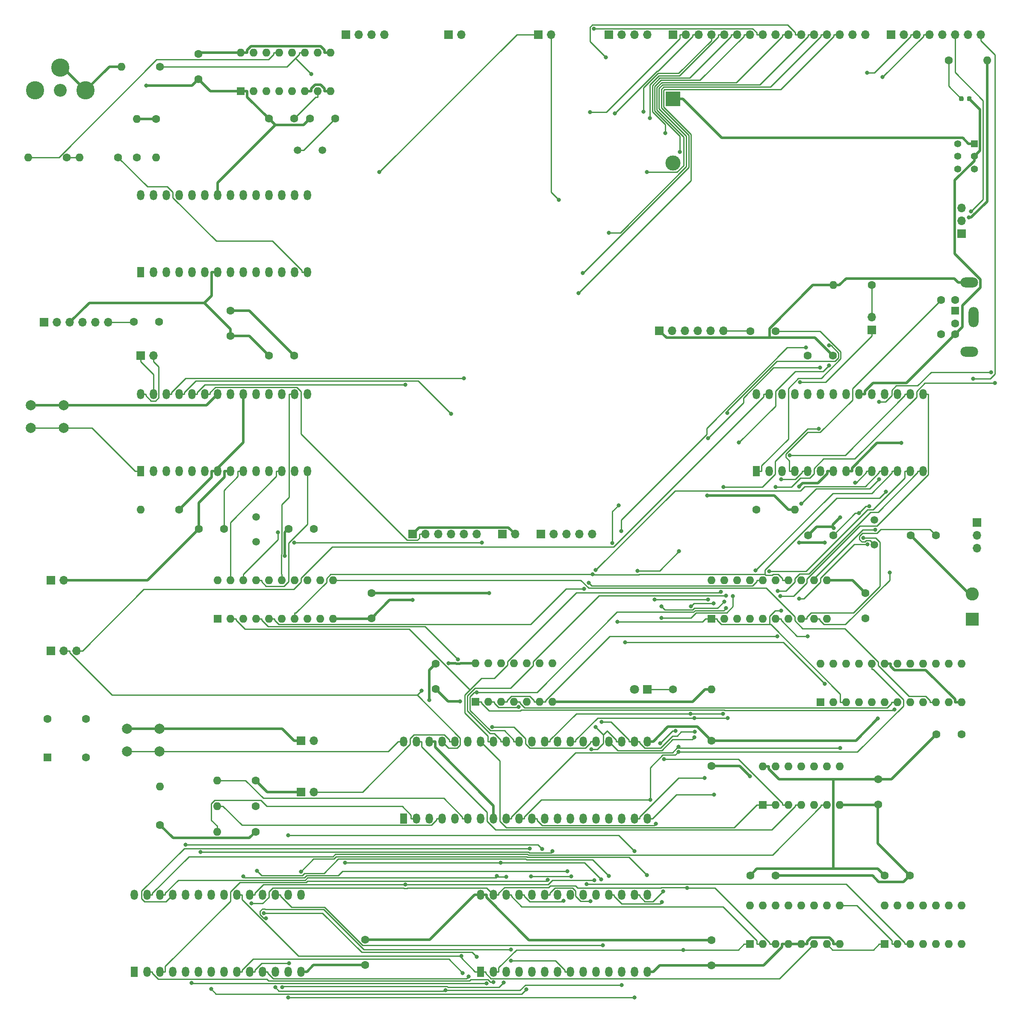
<source format=gtl>
G04 #@! TF.GenerationSoftware,KiCad,Pcbnew,(5.1.7)-1*
G04 #@! TF.CreationDate,2020-12-04T08:14:49+03:00*
G04 #@! TF.ProjectId,SmartyKitPCB,536d6172-7479-44b6-9974-5043422e6b69,rev?*
G04 #@! TF.SameCoordinates,Original*
G04 #@! TF.FileFunction,Copper,L1,Top*
G04 #@! TF.FilePolarity,Positive*
%FSLAX46Y46*%
G04 Gerber Fmt 4.6, Leading zero omitted, Abs format (unit mm)*
G04 Created by KiCad (PCBNEW (5.1.7)-1) date 2020-12-04 08:14:49*
%MOMM*%
%LPD*%
G01*
G04 APERTURE LIST*
G04 #@! TA.AperFunction,ComponentPad*
%ADD10C,2.600000*%
G04 #@! TD*
G04 #@! TA.AperFunction,ComponentPad*
%ADD11R,2.600000X2.600000*%
G04 #@! TD*
G04 #@! TA.AperFunction,ComponentPad*
%ADD12O,1.700000X1.700000*%
G04 #@! TD*
G04 #@! TA.AperFunction,ComponentPad*
%ADD13R,1.700000X1.700000*%
G04 #@! TD*
G04 #@! TA.AperFunction,ComponentPad*
%ADD14O,1.440000X2.000000*%
G04 #@! TD*
G04 #@! TA.AperFunction,ComponentPad*
%ADD15R,1.440000X2.000000*%
G04 #@! TD*
G04 #@! TA.AperFunction,ComponentPad*
%ADD16O,1.600000X1.600000*%
G04 #@! TD*
G04 #@! TA.AperFunction,ComponentPad*
%ADD17C,1.600000*%
G04 #@! TD*
G04 #@! TA.AperFunction,ComponentPad*
%ADD18R,1.600000X1.600000*%
G04 #@! TD*
G04 #@! TA.AperFunction,ComponentPad*
%ADD19C,1.500000*%
G04 #@! TD*
G04 #@! TA.AperFunction,ComponentPad*
%ADD20C,2.000000*%
G04 #@! TD*
G04 #@! TA.AperFunction,ComponentPad*
%ADD21C,3.616000*%
G04 #@! TD*
G04 #@! TA.AperFunction,ComponentPad*
%ADD22C,2.550000*%
G04 #@! TD*
G04 #@! TA.AperFunction,ComponentPad*
%ADD23C,1.800000*%
G04 #@! TD*
G04 #@! TA.AperFunction,ComponentPad*
%ADD24R,1.800000X1.800000*%
G04 #@! TD*
G04 #@! TA.AperFunction,ComponentPad*
%ADD25C,1.400000*%
G04 #@! TD*
G04 #@! TA.AperFunction,ComponentPad*
%ADD26R,1.400000X1.400000*%
G04 #@! TD*
G04 #@! TA.AperFunction,ComponentPad*
%ADD27O,2.000000X4.000000*%
G04 #@! TD*
G04 #@! TA.AperFunction,ComponentPad*
%ADD28O,3.500000X2.000000*%
G04 #@! TD*
G04 #@! TA.AperFunction,ComponentPad*
%ADD29C,3.000000*%
G04 #@! TD*
G04 #@! TA.AperFunction,ComponentPad*
%ADD30R,3.000000X3.000000*%
G04 #@! TD*
G04 #@! TA.AperFunction,ViaPad*
%ADD31C,0.800000*%
G04 #@! TD*
G04 #@! TA.AperFunction,Conductor*
%ADD32C,0.250000*%
G04 #@! TD*
G04 #@! TA.AperFunction,Conductor*
%ADD33C,0.500000*%
G04 #@! TD*
G04 APERTURE END LIST*
D10*
X489839000Y-113237000D03*
D11*
X489839000Y-118237000D03*
D12*
X490728000Y-104140000D03*
X490728000Y-101600000D03*
D13*
X490728000Y-99060000D03*
G04 #@! TA.AperFunction,SMDPad,CuDef*
G36*
G01*
X488792000Y-15496250D02*
X488792000Y-14983750D01*
G75*
G02*
X489010750Y-14765000I218750J0D01*
G01*
X489448250Y-14765000D01*
G75*
G02*
X489667000Y-14983750I0J-218750D01*
G01*
X489667000Y-15496250D01*
G75*
G02*
X489448250Y-15715000I-218750J0D01*
G01*
X489010750Y-15715000D01*
G75*
G02*
X488792000Y-15496250I0J218750D01*
G01*
G37*
G04 #@! TD.AperFunction*
G04 #@! TA.AperFunction,SMDPad,CuDef*
G36*
G01*
X487217000Y-15496250D02*
X487217000Y-14983750D01*
G75*
G02*
X487435750Y-14765000I218750J0D01*
G01*
X487873250Y-14765000D01*
G75*
G02*
X488092000Y-14983750I0J-218750D01*
G01*
X488092000Y-15496250D01*
G75*
G02*
X487873250Y-15715000I-218750J0D01*
G01*
X487435750Y-15715000D01*
G75*
G02*
X487217000Y-15496250I0J218750D01*
G01*
G37*
G04 #@! TD.AperFunction*
D14*
X425462000Y-142400000D03*
X425462000Y-157640000D03*
X422922000Y-142400000D03*
X422922000Y-157640000D03*
X420382000Y-142400000D03*
X420382000Y-157640000D03*
X417842000Y-142400000D03*
X417842000Y-157640000D03*
X415302000Y-142400000D03*
X415302000Y-157640000D03*
X412762000Y-142400000D03*
X412762000Y-157640000D03*
X410222000Y-142400000D03*
X410222000Y-157640000D03*
X407682000Y-142400000D03*
X407682000Y-157640000D03*
X405142000Y-142400000D03*
X405142000Y-157640000D03*
X402602000Y-142400000D03*
X402602000Y-157640000D03*
X400062000Y-142400000D03*
X400062000Y-157640000D03*
X397522000Y-142400000D03*
X397522000Y-157640000D03*
X394982000Y-142400000D03*
X394982000Y-157640000D03*
X392442000Y-142400000D03*
X392442000Y-157640000D03*
X389902000Y-142400000D03*
X389902000Y-157640000D03*
X387362000Y-142400000D03*
X387362000Y-157640000D03*
X384822000Y-142400000D03*
X384822000Y-157640000D03*
X382282000Y-142400000D03*
X382282000Y-157640000D03*
X379742000Y-142400000D03*
X379742000Y-157640000D03*
X377202000Y-142400000D03*
D15*
X377202000Y-157640000D03*
D14*
X356870000Y-172720000D03*
X356870000Y-187960000D03*
X354330000Y-172720000D03*
X354330000Y-187960000D03*
X351790000Y-172720000D03*
X351790000Y-187960000D03*
X349250000Y-172720000D03*
X349250000Y-187960000D03*
X346710000Y-172720000D03*
X346710000Y-187960000D03*
X344170000Y-172720000D03*
X344170000Y-187960000D03*
X341630000Y-172720000D03*
X341630000Y-187960000D03*
X339090000Y-172720000D03*
X339090000Y-187960000D03*
X336550000Y-172720000D03*
X336550000Y-187960000D03*
X334010000Y-172720000D03*
X334010000Y-187960000D03*
X331470000Y-172720000D03*
X331470000Y-187960000D03*
X328930000Y-172720000D03*
X328930000Y-187960000D03*
X326390000Y-172720000D03*
X326390000Y-187960000D03*
X323850000Y-172720000D03*
D15*
X323850000Y-187960000D03*
D14*
X358140000Y-34290000D03*
X358140000Y-49530000D03*
X355600000Y-34290000D03*
X355600000Y-49530000D03*
X353060000Y-34290000D03*
X353060000Y-49530000D03*
X350520000Y-34290000D03*
X350520000Y-49530000D03*
X347980000Y-34290000D03*
X347980000Y-49530000D03*
X345440000Y-34290000D03*
X345440000Y-49530000D03*
X342900000Y-34290000D03*
X342900000Y-49530000D03*
X340360000Y-34290000D03*
X340360000Y-49530000D03*
X337820000Y-34290000D03*
X337820000Y-49530000D03*
X335280000Y-34290000D03*
X335280000Y-49530000D03*
X332740000Y-34290000D03*
X332740000Y-49530000D03*
X330200000Y-34290000D03*
X330200000Y-49530000D03*
X327660000Y-34290000D03*
X327660000Y-49530000D03*
X325120000Y-34290000D03*
D15*
X325120000Y-49530000D03*
D14*
X480060000Y-73660000D03*
X480060000Y-88900000D03*
X477520000Y-73660000D03*
X477520000Y-88900000D03*
X474980000Y-73660000D03*
X474980000Y-88900000D03*
X472440000Y-73660000D03*
X472440000Y-88900000D03*
X469900000Y-73660000D03*
X469900000Y-88900000D03*
X467360000Y-73660000D03*
X467360000Y-88900000D03*
X464820000Y-73660000D03*
X464820000Y-88900000D03*
X462280000Y-73660000D03*
X462280000Y-88900000D03*
X459740000Y-73660000D03*
X459740000Y-88900000D03*
X457200000Y-73660000D03*
X457200000Y-88900000D03*
X454660000Y-73660000D03*
X454660000Y-88900000D03*
X452120000Y-73660000D03*
X452120000Y-88900000D03*
X449580000Y-73660000D03*
X449580000Y-88900000D03*
X447040000Y-73660000D03*
D15*
X447040000Y-88900000D03*
D14*
X358140000Y-73660000D03*
X358140000Y-88900000D03*
X355600000Y-73660000D03*
X355600000Y-88900000D03*
X353060000Y-73660000D03*
X353060000Y-88900000D03*
X350520000Y-73660000D03*
X350520000Y-88900000D03*
X347980000Y-73660000D03*
X347980000Y-88900000D03*
X345440000Y-73660000D03*
X345440000Y-88900000D03*
X342900000Y-73660000D03*
X342900000Y-88900000D03*
X340360000Y-73660000D03*
X340360000Y-88900000D03*
X337820000Y-73660000D03*
X337820000Y-88900000D03*
X335280000Y-73660000D03*
X335280000Y-88900000D03*
X332740000Y-73660000D03*
X332740000Y-88900000D03*
X330200000Y-73660000D03*
X330200000Y-88900000D03*
X327660000Y-73660000D03*
X327660000Y-88900000D03*
X325120000Y-73660000D03*
D15*
X325120000Y-88900000D03*
D14*
X425450000Y-172720000D03*
X425450000Y-187960000D03*
X422910000Y-172720000D03*
X422910000Y-187960000D03*
X420370000Y-172720000D03*
X420370000Y-187960000D03*
X417830000Y-172720000D03*
X417830000Y-187960000D03*
X415290000Y-172720000D03*
X415290000Y-187960000D03*
X412750000Y-172720000D03*
X412750000Y-187960000D03*
X410210000Y-172720000D03*
X410210000Y-187960000D03*
X407670000Y-172720000D03*
X407670000Y-187960000D03*
X405130000Y-172720000D03*
X405130000Y-187960000D03*
X402590000Y-172720000D03*
X402590000Y-187960000D03*
X400050000Y-172720000D03*
X400050000Y-187960000D03*
X397510000Y-172720000D03*
X397510000Y-187960000D03*
X394970000Y-172720000D03*
X394970000Y-187960000D03*
X392430000Y-172720000D03*
D15*
X392430000Y-187960000D03*
D12*
X406400000Y-2540000D03*
D13*
X403860000Y-2540000D03*
D12*
X388620000Y-2540000D03*
D13*
X386080000Y-2540000D03*
D16*
X438150000Y-132080000D03*
D17*
X430530000Y-132080000D03*
D12*
X373380000Y-2540000D03*
X370840000Y-2540000D03*
X368300000Y-2540000D03*
D13*
X365760000Y-2540000D03*
D12*
X425450000Y-2540000D03*
X422910000Y-2540000D03*
X420370000Y-2540000D03*
D13*
X417830000Y-2540000D03*
D12*
X491490000Y-2540000D03*
X488950000Y-2540000D03*
X486410000Y-2540000D03*
X483870000Y-2540000D03*
X481330000Y-2540000D03*
X478790000Y-2540000D03*
X476250000Y-2540000D03*
D13*
X473710000Y-2540000D03*
D12*
X468630000Y-2540000D03*
X466090000Y-2540000D03*
X463550000Y-2540000D03*
X461010000Y-2540000D03*
X458470000Y-2540000D03*
X455930000Y-2540000D03*
X453390000Y-2540000D03*
X450850000Y-2540000D03*
X448310000Y-2540000D03*
X445770000Y-2540000D03*
X443230000Y-2540000D03*
X440690000Y-2540000D03*
X438150000Y-2540000D03*
X435610000Y-2540000D03*
X433070000Y-2540000D03*
D13*
X430530000Y-2540000D03*
D16*
X462280000Y-52070000D03*
D17*
X469900000Y-52070000D03*
D12*
X469900000Y-58420000D03*
D13*
X469900000Y-60960000D03*
D12*
X487680000Y-36830000D03*
X487680000Y-39370000D03*
D13*
X487680000Y-41910000D03*
D17*
X355520000Y-66040000D03*
X350520000Y-66040000D03*
X462200000Y-66040000D03*
X457200000Y-66040000D03*
X438150000Y-181690000D03*
X438150000Y-186690000D03*
X369570000Y-186610000D03*
X369570000Y-181610000D03*
D12*
X309880000Y-110490000D03*
D13*
X307340000Y-110490000D03*
D12*
X312420000Y-124460000D03*
X309880000Y-124460000D03*
D13*
X307340000Y-124460000D03*
D17*
X336550000Y-11350000D03*
X336550000Y-6350000D03*
X342900000Y-62150000D03*
X342900000Y-57150000D03*
X482680000Y-140970000D03*
X487680000Y-140970000D03*
X445850000Y-168910000D03*
X450850000Y-168910000D03*
X468630000Y-118030000D03*
X468630000Y-113030000D03*
X438150000Y-147240000D03*
X438150000Y-142240000D03*
X370840000Y-118030000D03*
X370840000Y-113030000D03*
D16*
X321310000Y-8890000D03*
D17*
X328930000Y-8890000D03*
D16*
X345000000Y-6150000D03*
X362780000Y-13770000D03*
X347540000Y-6150000D03*
X360240000Y-13770000D03*
X350080000Y-6150000D03*
X357700000Y-13770000D03*
X352620000Y-6150000D03*
X355160000Y-13770000D03*
X355160000Y-6150000D03*
X352620000Y-13770000D03*
X357700000Y-6150000D03*
X350080000Y-13770000D03*
X360240000Y-6150000D03*
X347540000Y-13770000D03*
X362780000Y-6150000D03*
D18*
X345000000Y-13770000D03*
D12*
X359410000Y-152400000D03*
D13*
X356870000Y-152400000D03*
D12*
X359410000Y-142240000D03*
D13*
X356870000Y-142240000D03*
D19*
X356235000Y-25400000D03*
X361115000Y-25400000D03*
D16*
X328180000Y-26830000D03*
D17*
X328180000Y-19210000D03*
D16*
X324370000Y-19210000D03*
D17*
X324370000Y-26830000D03*
X350515000Y-19180000D03*
X355515000Y-19180000D03*
X358665000Y-19180000D03*
X363665000Y-19180000D03*
D12*
X440575000Y-61120000D03*
X438035000Y-61120000D03*
X435495000Y-61120000D03*
X432955000Y-61120000D03*
X430415000Y-61120000D03*
D13*
X427875000Y-61120000D03*
D12*
X318742000Y-59469000D03*
X316202000Y-59469000D03*
X313662000Y-59469000D03*
X311122000Y-59469000D03*
X308582000Y-59469000D03*
D13*
X306042000Y-59469000D03*
D17*
X450909000Y-61247000D03*
X445909000Y-61247000D03*
X328822000Y-59342000D03*
X323822000Y-59342000D03*
D20*
X309915000Y-75852000D03*
X309915000Y-80352000D03*
X303415000Y-75852000D03*
X303415000Y-80352000D03*
D19*
X347980000Y-97990000D03*
X347980000Y-102870000D03*
D16*
X325120000Y-96520000D03*
D17*
X332740000Y-96520000D03*
X336630000Y-100330000D03*
X341630000Y-100330000D03*
X354410000Y-100330000D03*
X359410000Y-100330000D03*
D16*
X313067000Y-26830000D03*
D17*
X320687000Y-26830000D03*
D16*
X302907000Y-26830000D03*
D17*
X310527000Y-26830000D03*
D21*
X309245000Y-9070000D03*
X304245000Y-13570000D03*
X314245000Y-13570000D03*
D22*
X309245000Y-13570000D03*
D12*
X327660000Y-66040000D03*
D13*
X325120000Y-66040000D03*
D12*
X391664000Y-101406000D03*
X389124000Y-101406000D03*
X386584000Y-101406000D03*
X384044000Y-101406000D03*
X381504000Y-101406000D03*
D13*
X378964000Y-101406000D03*
D12*
X414524000Y-101406000D03*
X411984000Y-101406000D03*
X409444000Y-101406000D03*
X406904000Y-101406000D03*
D13*
X404364000Y-101406000D03*
D12*
X399284000Y-101406000D03*
D13*
X396744000Y-101406000D03*
D23*
X422910000Y-132080000D03*
D24*
X425450000Y-132080000D03*
D25*
X486920000Y-29130000D03*
X486920000Y-26630000D03*
X486920000Y-24130000D03*
X490220000Y-29130000D03*
X490220000Y-26630000D03*
D26*
X490220000Y-24130000D03*
D16*
X492760000Y-7620000D03*
D17*
X485140000Y-7620000D03*
X477440000Y-168910000D03*
X472440000Y-168910000D03*
X471170000Y-154860000D03*
X471170000Y-149860000D03*
X383540000Y-132000000D03*
X383540000Y-127000000D03*
D19*
X470420000Y-103465000D03*
X470420000Y-98585000D03*
D16*
X454660000Y-96520000D03*
D17*
X447040000Y-96520000D03*
D16*
X340260000Y-160258000D03*
D17*
X347880000Y-160258000D03*
D16*
X340260000Y-150098000D03*
D17*
X347880000Y-150098000D03*
D16*
X340260000Y-155178000D03*
D17*
X347880000Y-155178000D03*
X457280000Y-101600000D03*
X462280000Y-101600000D03*
X477600000Y-101600000D03*
X482600000Y-101600000D03*
D27*
X490060000Y-58450000D03*
D17*
X483610000Y-61850000D03*
X483610000Y-55050000D03*
X486410000Y-61850000D03*
X486410000Y-55050000D03*
X486410000Y-59750000D03*
D18*
X486410000Y-57150000D03*
D28*
X489260000Y-51600000D03*
X489260000Y-65300000D03*
D16*
X391477000Y-126922000D03*
X406717000Y-134542000D03*
X394017000Y-126922000D03*
X404177000Y-134542000D03*
X396557000Y-126922000D03*
X401637000Y-134542000D03*
X399097000Y-126922000D03*
X399097000Y-134542000D03*
X401637000Y-126922000D03*
X396557000Y-134542000D03*
X404177000Y-126922000D03*
X394017000Y-134542000D03*
X406717000Y-126922000D03*
D18*
X391477000Y-134542000D03*
D16*
X340360000Y-110490000D03*
X363220000Y-118110000D03*
X342900000Y-110490000D03*
X360680000Y-118110000D03*
X345440000Y-110490000D03*
X358140000Y-118110000D03*
X347980000Y-110490000D03*
X355600000Y-118110000D03*
X350520000Y-110490000D03*
X353060000Y-118110000D03*
X353060000Y-110490000D03*
X350520000Y-118110000D03*
X355600000Y-110490000D03*
X347980000Y-118110000D03*
X358140000Y-110490000D03*
X345440000Y-118110000D03*
X360680000Y-110490000D03*
X342900000Y-118110000D03*
X363220000Y-110490000D03*
D18*
X340360000Y-118110000D03*
D16*
X438150000Y-110490000D03*
X461010000Y-118110000D03*
X440690000Y-110490000D03*
X458470000Y-118110000D03*
X443230000Y-110490000D03*
X455930000Y-118110000D03*
X445770000Y-110490000D03*
X453390000Y-118110000D03*
X448310000Y-110490000D03*
X450850000Y-118110000D03*
X450850000Y-110490000D03*
X448310000Y-118110000D03*
X453390000Y-110490000D03*
X445770000Y-118110000D03*
X455930000Y-110490000D03*
X443230000Y-118110000D03*
X458470000Y-110490000D03*
X440690000Y-118110000D03*
X461010000Y-110490000D03*
D18*
X438150000Y-118110000D03*
D16*
X459740000Y-127000000D03*
X487680000Y-134620000D03*
X462280000Y-127000000D03*
X485140000Y-134620000D03*
X464820000Y-127000000D03*
X482600000Y-134620000D03*
X467360000Y-127000000D03*
X480060000Y-134620000D03*
X469900000Y-127000000D03*
X477520000Y-134620000D03*
X472440000Y-127000000D03*
X474980000Y-134620000D03*
X474980000Y-127000000D03*
X472440000Y-134620000D03*
X477520000Y-127000000D03*
X469900000Y-134620000D03*
X480060000Y-127000000D03*
X467360000Y-134620000D03*
X482600000Y-127000000D03*
X464820000Y-134620000D03*
X485140000Y-127000000D03*
X462280000Y-134620000D03*
X487680000Y-127000000D03*
D18*
X459740000Y-134620000D03*
D16*
X472500000Y-174880000D03*
X487740000Y-182500000D03*
X475040000Y-174880000D03*
X485200000Y-182500000D03*
X477580000Y-174880000D03*
X482660000Y-182500000D03*
X480120000Y-174880000D03*
X480120000Y-182500000D03*
X482660000Y-174880000D03*
X477580000Y-182500000D03*
X485200000Y-174880000D03*
X475040000Y-182500000D03*
X487740000Y-174880000D03*
D18*
X472500000Y-182500000D03*
D16*
X445770000Y-174880000D03*
X463550000Y-182500000D03*
X448310000Y-174880000D03*
X461010000Y-182500000D03*
X450850000Y-174880000D03*
X458470000Y-182500000D03*
X453390000Y-174880000D03*
X455930000Y-182500000D03*
X455930000Y-174880000D03*
X453390000Y-182500000D03*
X458470000Y-174880000D03*
X450850000Y-182500000D03*
X461010000Y-174880000D03*
X448310000Y-182500000D03*
X463550000Y-174880000D03*
D18*
X445770000Y-182500000D03*
D16*
X448310000Y-147320000D03*
X463550000Y-154940000D03*
X450850000Y-147320000D03*
X461010000Y-154940000D03*
X453390000Y-147320000D03*
X458470000Y-154940000D03*
X455930000Y-147320000D03*
X455930000Y-154940000D03*
X458470000Y-147320000D03*
X453390000Y-154940000D03*
X461010000Y-147320000D03*
X450850000Y-154940000D03*
X463550000Y-147320000D03*
D18*
X448310000Y-154940000D03*
D16*
X328942000Y-151290000D03*
D17*
X328942000Y-158910000D03*
D20*
X328912000Y-139860000D03*
X328912000Y-144360000D03*
X322412000Y-139860000D03*
X322412000Y-144360000D03*
D29*
X430530000Y-27940000D03*
D30*
X430530000Y-15240000D03*
D17*
X314292000Y-145560000D03*
X314292000Y-137940000D03*
X306672000Y-137940000D03*
D18*
X306672000Y-145560000D03*
D31*
X365631100Y-166364800D03*
X354540800Y-186280400D03*
X396448700Y-166364800D03*
X416371300Y-169732700D03*
X431626200Y-143464500D03*
X463694600Y-143725400D03*
X388905800Y-188221400D03*
X426054000Y-153938600D03*
X431626200Y-144464900D03*
X414151600Y-17859600D03*
X409634300Y-168074900D03*
X345440000Y-169080400D03*
X436855500Y-149659600D03*
X417242300Y-7026300D03*
X398459800Y-185757000D03*
X398459800Y-183600400D03*
X349946400Y-177365200D03*
X427133900Y-158703100D03*
X418508700Y-103149400D03*
X419763200Y-95666400D03*
X419040300Y-18127700D03*
X401484400Y-191435600D03*
X339090000Y-191395100D03*
X426897800Y-114335800D03*
X437535900Y-114335800D03*
X424705400Y-17771300D03*
X406705900Y-164129300D03*
X336963000Y-164288500D03*
X414178200Y-174045300D03*
X438693500Y-152909200D03*
X417855500Y-41727500D03*
X391667700Y-185054400D03*
X349526800Y-176347300D03*
X428248700Y-115677700D03*
X440679500Y-114704500D03*
X426010700Y-19057200D03*
X404669600Y-163679000D03*
X334010000Y-162837800D03*
X410445400Y-169060700D03*
X402460600Y-169060700D03*
X434152800Y-115639600D03*
X438632700Y-115073400D03*
X425430700Y-29776400D03*
X393604000Y-190261300D03*
X335239200Y-190222800D03*
X428248700Y-117968800D03*
X442436500Y-113623400D03*
X428992300Y-22055000D03*
X402151100Y-163563100D03*
X408909000Y-173933900D03*
X420309900Y-100738300D03*
X456847000Y-64493500D03*
X397035700Y-190084700D03*
X353141500Y-191008400D03*
X423514900Y-108638700D03*
X431778100Y-104760000D03*
X431931500Y-25783600D03*
X414384900Y-143917500D03*
X395659100Y-169055600D03*
X397500700Y-169205900D03*
X415250300Y-139544400D03*
X411870900Y-53678600D03*
X405722500Y-169786000D03*
X428013900Y-142784100D03*
X431096400Y-140336900D03*
X414855200Y-1357000D03*
X434835800Y-140523800D03*
X432561400Y-183625300D03*
X394970000Y-190024200D03*
X416432400Y-138500900D03*
X412667900Y-49694900D03*
X347096700Y-174450700D03*
X434798600Y-141586500D03*
X433354000Y-171390200D03*
X394705800Y-139537100D03*
X388632000Y-184842900D03*
X326284400Y-12614100D03*
X471150400Y-137849900D03*
X462424700Y-100145600D03*
X388389700Y-134443100D03*
X475766200Y-83340500D03*
X378964000Y-114430400D03*
X489132400Y-38737100D03*
X353695000Y-105694900D03*
X463649700Y-98032900D03*
X377582200Y-170731900D03*
X415000400Y-169857400D03*
X470618600Y-100492400D03*
X490020400Y-70668400D03*
X451214000Y-121628300D03*
X417873200Y-169001200D03*
X348204700Y-168006800D03*
X434772100Y-137744900D03*
X428376200Y-174171400D03*
X455930000Y-95342600D03*
X471359400Y-90513800D03*
X471359400Y-75201600D03*
X493579100Y-69361900D03*
X441429100Y-137744900D03*
X416630200Y-182740000D03*
X472687500Y-93012200D03*
X489596500Y-37514300D03*
X414631400Y-109346100D03*
X422910000Y-164113600D03*
X354330000Y-160979700D03*
X434060100Y-136965100D03*
X428567800Y-172050500D03*
X450850000Y-92067000D03*
X494304400Y-71502300D03*
X440424600Y-136910700D03*
X412975000Y-112219800D03*
X356870000Y-168147500D03*
X425386600Y-168851900D03*
X441303600Y-77404400D03*
X461484900Y-64066800D03*
X472064500Y-10984400D03*
X413893700Y-111053800D03*
X391654500Y-132689000D03*
X388006500Y-126206900D03*
X354330000Y-193084400D03*
X422910000Y-193084400D03*
X443593100Y-83276500D03*
X461470600Y-67972100D03*
X468997700Y-10067500D03*
X441059700Y-116054400D03*
X385549600Y-191622600D03*
X351790000Y-191061200D03*
X420370000Y-190571200D03*
X437516600Y-82378600D03*
X459707100Y-68461900D03*
X441096100Y-113583100D03*
X390069300Y-188953600D03*
X440574200Y-92043500D03*
X459391700Y-80496500D03*
X440012800Y-112824300D03*
X460607700Y-130990200D03*
X421111900Y-122761600D03*
X413435500Y-170614800D03*
X428740800Y-145921600D03*
X460628200Y-103048500D03*
X455534700Y-103048500D03*
X394190400Y-113030000D03*
X445816100Y-149287400D03*
X382282000Y-134217500D03*
X455509500Y-92009900D03*
X437337700Y-93771700D03*
X386124500Y-126922000D03*
X474430900Y-136083900D03*
X419510200Y-118695700D03*
X451996600Y-90558800D03*
X451996600Y-116556100D03*
X355535600Y-103081000D03*
X392747000Y-103081000D03*
X400029600Y-135602300D03*
X415224200Y-108505900D03*
X380803000Y-132326200D03*
X372430800Y-29776400D03*
X389124000Y-70556900D03*
X386584000Y-77580800D03*
X377582200Y-71826000D03*
X352311600Y-101057800D03*
X455669400Y-71288100D03*
X466621800Y-91204400D03*
X467360000Y-97238500D03*
X469442300Y-95832800D03*
X473444500Y-108995300D03*
X468241100Y-102140500D03*
X469056400Y-103376900D03*
X455571900Y-114116700D03*
X453680900Y-85774700D03*
X457256200Y-121563300D03*
X451766300Y-113634400D03*
X451260900Y-112619100D03*
X449580000Y-108762400D03*
X446895400Y-108574300D03*
X358970000Y-10330800D03*
X407944400Y-35267500D03*
D32*
X346710000Y-187960000D02*
X347755300Y-187960000D01*
X396448700Y-166364800D02*
X365631100Y-166364800D01*
X347755300Y-187960000D02*
X347755300Y-187666000D01*
X347755300Y-187666000D02*
X349140900Y-186280400D01*
X349140900Y-186280400D02*
X354540800Y-186280400D01*
X396448700Y-166364800D02*
X413003400Y-166364800D01*
X413003400Y-166364800D02*
X416371300Y-169732700D01*
X398567300Y-157640000D02*
X398567300Y-157346000D01*
X398567300Y-157346000D02*
X411287300Y-144626000D01*
X411287300Y-144626000D02*
X414067700Y-144626000D01*
X414067700Y-144626000D02*
X414084500Y-144642800D01*
X414084500Y-144642800D02*
X414685400Y-144642800D01*
X414685400Y-144642800D02*
X414702200Y-144626000D01*
X414702200Y-144626000D02*
X430439500Y-144626000D01*
X430439500Y-144626000D02*
X430439500Y-144625900D01*
X430439500Y-144625900D02*
X431340000Y-143725400D01*
X431340000Y-143725400D02*
X431626200Y-143725400D01*
X431626200Y-143725400D02*
X463694600Y-143725400D01*
X431626200Y-143725400D02*
X431626200Y-143464500D01*
X397522000Y-157640000D02*
X398567300Y-157640000D01*
X345215300Y-187960000D02*
X345215300Y-187666000D01*
X345215300Y-187666000D02*
X347405400Y-185475900D01*
X347405400Y-185475900D02*
X386160300Y-185475900D01*
X386160300Y-185475900D02*
X388905800Y-188221400D01*
X344170000Y-187960000D02*
X345215300Y-187960000D01*
X426054000Y-153938600D02*
X426054000Y-147561400D01*
X426054000Y-147561400D02*
X428539100Y-145076300D01*
X428539100Y-145076300D02*
X431014800Y-145076300D01*
X431014800Y-145076300D02*
X431626200Y-144464900D01*
X469900000Y-128125300D02*
X470181300Y-128125300D01*
X470181300Y-128125300D02*
X476172000Y-134116000D01*
X476172000Y-134116000D02*
X476172000Y-135368600D01*
X476172000Y-135368600D02*
X467075700Y-144464900D01*
X467075700Y-144464900D02*
X431626200Y-144464900D01*
X426054000Y-153938600D02*
X404514700Y-153938600D01*
X404514700Y-153938600D02*
X401107300Y-157346000D01*
X401107300Y-157346000D02*
X401107300Y-157640000D01*
X431894700Y-2540000D02*
X431894700Y-3348000D01*
X431894700Y-3348000D02*
X417383100Y-17859600D01*
X417383100Y-17859600D02*
X414151600Y-17859600D01*
X433070000Y-2540000D02*
X431894700Y-2540000D01*
X400062000Y-157640000D02*
X401107300Y-157640000D01*
X469900000Y-127000000D02*
X469900000Y-128125300D01*
X409634300Y-168074900D02*
X365098300Y-168074900D01*
X365098300Y-168074900D02*
X364248700Y-168924500D01*
X364248700Y-168924500D02*
X358007200Y-168924500D01*
X358007200Y-168924500D02*
X357556900Y-169374800D01*
X357556900Y-169374800D02*
X345734400Y-169374800D01*
X345734400Y-169374800D02*
X345440000Y-169080400D01*
X436855500Y-149659600D02*
X431653700Y-149659600D01*
X431653700Y-149659600D02*
X423967300Y-157346000D01*
X423967300Y-157346000D02*
X423967300Y-157640000D01*
X454754700Y-2540000D02*
X454754700Y-2172700D01*
X454754700Y-2172700D02*
X453213600Y-631600D01*
X453213600Y-631600D02*
X414546600Y-631600D01*
X414546600Y-631600D02*
X414089900Y-1088300D01*
X414089900Y-1088300D02*
X414089900Y-3873900D01*
X414089900Y-3873900D02*
X417242300Y-7026300D01*
X455930000Y-2540000D02*
X454754700Y-2540000D01*
X422922000Y-157640000D02*
X423967300Y-157640000D01*
X398459800Y-183600400D02*
X369317800Y-183600400D01*
X369317800Y-183600400D02*
X361342800Y-175625400D01*
X361342800Y-175625400D02*
X349830700Y-175625400D01*
X349830700Y-175625400D02*
X349733700Y-175528400D01*
X349733700Y-175528400D02*
X349257500Y-175528400D01*
X349257500Y-175528400D02*
X348801300Y-175984600D01*
X348801300Y-175984600D02*
X348801300Y-176647700D01*
X348801300Y-176647700D02*
X349518800Y-177365200D01*
X349518800Y-177365200D02*
X349946400Y-177365200D01*
X410210000Y-187960000D02*
X409164700Y-187960000D01*
X398459800Y-185757000D02*
X407255700Y-185757000D01*
X407255700Y-185757000D02*
X409164700Y-187666000D01*
X409164700Y-187666000D02*
X409164700Y-187960000D01*
X427133900Y-158703100D02*
X426852900Y-158984100D01*
X426852900Y-158984100D02*
X404658100Y-158984100D01*
X404658100Y-158984100D02*
X403647300Y-157973300D01*
X403647300Y-157973300D02*
X403647300Y-157640000D01*
X402602000Y-157640000D02*
X403647300Y-157640000D01*
X419763200Y-95666400D02*
X418508700Y-96920900D01*
X418508700Y-96920900D02*
X418508700Y-103149400D01*
X434434700Y-2540000D02*
X434434700Y-2892500D01*
X434434700Y-2892500D02*
X427557200Y-9770000D01*
X427557200Y-9770000D02*
X427398000Y-9770000D01*
X427398000Y-9770000D02*
X419040300Y-18127700D01*
X435610000Y-2540000D02*
X434434700Y-2540000D01*
X339090000Y-191395100D02*
X340042800Y-192347900D01*
X340042800Y-192347900D02*
X400572100Y-192347900D01*
X400572100Y-192347900D02*
X401484400Y-191435600D01*
X438150000Y-3715300D02*
X431645000Y-10220300D01*
X431645000Y-10220300D02*
X427584600Y-10220300D01*
X427584600Y-10220300D02*
X424705400Y-13099500D01*
X424705400Y-13099500D02*
X424705400Y-17771300D01*
X437535900Y-114335800D02*
X426897800Y-114335800D01*
X438150000Y-2540000D02*
X438150000Y-3715300D01*
X406705900Y-164129300D02*
X406430800Y-164404400D01*
X406430800Y-164404400D02*
X402071700Y-164404400D01*
X402071700Y-164404400D02*
X401955800Y-164288500D01*
X401955800Y-164288500D02*
X336963000Y-164288500D01*
X406175300Y-172720000D02*
X406175300Y-172426000D01*
X406175300Y-172426000D02*
X407211100Y-171390200D01*
X407211100Y-171390200D02*
X410681300Y-171390200D01*
X410681300Y-171390200D02*
X411255400Y-171964300D01*
X411255400Y-171964300D02*
X411255400Y-173004900D01*
X411255400Y-173004900D02*
X412295800Y-174045300D01*
X412295800Y-174045300D02*
X414178200Y-174045300D01*
X405130000Y-172720000D02*
X406175300Y-172720000D01*
X457294700Y-2540000D02*
X457294700Y-2907300D01*
X457294700Y-2907300D02*
X447730200Y-12471800D01*
X447730200Y-12471800D02*
X428517600Y-12471800D01*
X428517600Y-12471800D02*
X427804100Y-13185300D01*
X427804100Y-13185300D02*
X427804100Y-17248000D01*
X427804100Y-17248000D02*
X433166700Y-22610600D01*
X433166700Y-22610600D02*
X433166700Y-28674100D01*
X433166700Y-28674100D02*
X420113300Y-41727500D01*
X420113300Y-41727500D02*
X417855500Y-41727500D01*
X426507300Y-157640000D02*
X431238100Y-152909200D01*
X431238100Y-152909200D02*
X438693500Y-152909200D01*
X458470000Y-2540000D02*
X457294700Y-2540000D01*
X425462000Y-157640000D02*
X426507300Y-157640000D01*
X391667700Y-185054400D02*
X390730900Y-184117600D01*
X390730900Y-184117600D02*
X368879700Y-184117600D01*
X368879700Y-184117600D02*
X361109400Y-176347300D01*
X361109400Y-176347300D02*
X349526800Y-176347300D01*
X439514700Y-2540000D02*
X439514700Y-2990200D01*
X439514700Y-2990200D02*
X431834300Y-10670600D01*
X431834300Y-10670600D02*
X427771200Y-10670600D01*
X427771200Y-10670600D02*
X426002900Y-12438900D01*
X426002900Y-12438900D02*
X426002900Y-19049400D01*
X426002900Y-19049400D02*
X426010700Y-19057200D01*
X428248700Y-115677700D02*
X428935900Y-116364900D01*
X428935900Y-116364900D02*
X434453300Y-116364900D01*
X434453300Y-116364900D02*
X434771800Y-116046400D01*
X434771800Y-116046400D02*
X439337600Y-116046400D01*
X439337600Y-116046400D02*
X440679500Y-114704500D01*
X440690000Y-2540000D02*
X439514700Y-2540000D01*
X404669600Y-163679000D02*
X403828400Y-162837800D01*
X403828400Y-162837800D02*
X334010000Y-162837800D01*
X402460600Y-169060700D02*
X410445400Y-169060700D01*
X452214700Y-2540000D02*
X452214700Y-2907300D01*
X452214700Y-2907300D02*
X443100500Y-12021500D01*
X443100500Y-12021500D02*
X428331000Y-12021500D01*
X428331000Y-12021500D02*
X427353800Y-12998700D01*
X427353800Y-12998700D02*
X427353800Y-17434600D01*
X427353800Y-17434600D02*
X432695300Y-22776100D01*
X432695300Y-22776100D02*
X432695300Y-28438100D01*
X432695300Y-28438100D02*
X431357000Y-29776400D01*
X431357000Y-29776400D02*
X425430700Y-29776400D01*
X438632700Y-115073400D02*
X434719000Y-115073400D01*
X434719000Y-115073400D02*
X434152800Y-115639600D01*
X453390000Y-2540000D02*
X452214700Y-2540000D01*
X335239200Y-190222800D02*
X335277700Y-190261300D01*
X335277700Y-190261300D02*
X393604000Y-190261300D01*
X442054700Y-2540000D02*
X442054700Y-2907300D01*
X442054700Y-2907300D02*
X433841100Y-11120900D01*
X433841100Y-11120900D02*
X427957800Y-11120900D01*
X427957800Y-11120900D02*
X426453200Y-12625500D01*
X426453200Y-12625500D02*
X426453200Y-17807800D01*
X426453200Y-17807800D02*
X428992300Y-20346900D01*
X428992300Y-20346900D02*
X428992300Y-22055000D01*
X428248700Y-117968800D02*
X434123200Y-117968800D01*
X434123200Y-117968800D02*
X435145000Y-116947000D01*
X435145000Y-116947000D02*
X441204000Y-116947000D01*
X441204000Y-116947000D02*
X442436500Y-115714500D01*
X442436500Y-115714500D02*
X442436500Y-113623400D01*
X443230000Y-2540000D02*
X442054700Y-2540000D01*
X402151100Y-163563100D02*
X333770100Y-163563100D01*
X333770100Y-163563100D02*
X325324100Y-172009100D01*
X325324100Y-172009100D02*
X325324100Y-173470000D01*
X325324100Y-173470000D02*
X325936600Y-174082500D01*
X325936600Y-174082500D02*
X330107500Y-174082500D01*
X330107500Y-174082500D02*
X331470000Y-172720000D01*
X401095300Y-172720000D02*
X401095300Y-173014000D01*
X401095300Y-173014000D02*
X402168900Y-174087600D01*
X402168900Y-174087600D02*
X408755300Y-174087600D01*
X408755300Y-174087600D02*
X408909000Y-173933900D01*
X400050000Y-172720000D02*
X401095300Y-172720000D01*
X456847000Y-64493500D02*
X453166000Y-64493500D01*
X453166000Y-64493500D02*
X437216300Y-80443200D01*
X437216300Y-80443200D02*
X437216300Y-81653300D01*
X437216300Y-81653300D02*
X437216200Y-81653300D01*
X437216200Y-81653300D02*
X420309900Y-98559600D01*
X420309900Y-98559600D02*
X420309900Y-100738300D01*
X397035700Y-190084700D02*
X396112000Y-191008400D01*
X396112000Y-191008400D02*
X385961200Y-191008400D01*
X385961200Y-191008400D02*
X385850100Y-190897300D01*
X385850100Y-190897300D02*
X353252600Y-190897300D01*
X353252600Y-190897300D02*
X353141500Y-191008400D01*
X444594700Y-2540000D02*
X444594700Y-2907300D01*
X444594700Y-2907300D02*
X435930800Y-11571200D01*
X435930800Y-11571200D02*
X428144400Y-11571200D01*
X428144400Y-11571200D02*
X426903500Y-12812100D01*
X426903500Y-12812100D02*
X426903500Y-17621200D01*
X426903500Y-17621200D02*
X431931500Y-22649200D01*
X431931500Y-22649200D02*
X431931500Y-25783600D01*
X431778100Y-104760000D02*
X427899400Y-108638700D01*
X427899400Y-108638700D02*
X423514900Y-108638700D01*
X445770000Y-2540000D02*
X444594700Y-2540000D01*
X329975300Y-172720000D02*
X329975300Y-172426000D01*
X329975300Y-172426000D02*
X332576200Y-169825100D01*
X332576200Y-169825100D02*
X357743500Y-169825100D01*
X357743500Y-169825100D02*
X358176000Y-169392600D01*
X358176000Y-169392600D02*
X395472400Y-169392600D01*
X395472400Y-169392600D02*
X395659100Y-169205900D01*
X397500700Y-169205900D02*
X395659100Y-169205900D01*
X395659100Y-169205900D02*
X395659100Y-169055600D01*
X416755900Y-141050000D02*
X417518300Y-140287600D01*
X417518300Y-140287600D02*
X419336700Y-142106000D01*
X419336700Y-142106000D02*
X419336700Y-142400000D01*
X414384900Y-143917500D02*
X415566800Y-143917500D01*
X415566800Y-143917500D02*
X416731300Y-142753000D01*
X416731300Y-142753000D02*
X416731300Y-141074600D01*
X416731300Y-141074600D02*
X416755900Y-141050000D01*
X416755900Y-141050000D02*
X415250300Y-139544400D01*
X398555300Y-172720000D02*
X398555300Y-173014000D01*
X398555300Y-173014000D02*
X400613200Y-175071900D01*
X400613200Y-175071900D02*
X440459900Y-175071900D01*
X440459900Y-175071900D02*
X447184700Y-181796700D01*
X447184700Y-181796700D02*
X447184700Y-182500000D01*
X328930000Y-172720000D02*
X329975300Y-172720000D01*
X463550000Y-2540000D02*
X462374700Y-2540000D01*
X420382000Y-142400000D02*
X419336700Y-142400000D01*
X462374700Y-2540000D02*
X462374700Y-2907300D01*
X462374700Y-2907300D02*
X451909600Y-13372400D01*
X451909600Y-13372400D02*
X428890800Y-13372400D01*
X428890800Y-13372400D02*
X428704700Y-13558500D01*
X428704700Y-13558500D02*
X428704700Y-16874800D01*
X428704700Y-16874800D02*
X434154300Y-22324400D01*
X434154300Y-22324400D02*
X434154300Y-31395200D01*
X434154300Y-31395200D02*
X411870900Y-53678600D01*
X397510000Y-172720000D02*
X398555300Y-172720000D01*
X448310000Y-182500000D02*
X447184700Y-182500000D01*
X329975300Y-187960000D02*
X329975300Y-186914700D01*
X329975300Y-186914700D02*
X342900000Y-173990000D01*
X342900000Y-173990000D02*
X342900000Y-172168700D01*
X342900000Y-172168700D02*
X344793300Y-170275400D01*
X344793300Y-170275400D02*
X357930100Y-170275400D01*
X357930100Y-170275400D02*
X358198900Y-170006600D01*
X358198900Y-170006600D02*
X405501900Y-170006600D01*
X405501900Y-170006600D02*
X405722500Y-169786000D01*
X328930000Y-187960000D02*
X329975300Y-187960000D01*
X431096400Y-140336900D02*
X430461100Y-140336900D01*
X430461100Y-140336900D02*
X428013900Y-142784100D01*
X447134700Y-2540000D02*
X447134700Y-2172700D01*
X447134700Y-2172700D02*
X446319000Y-1357000D01*
X446319000Y-1357000D02*
X414855200Y-1357000D01*
X448310000Y-2540000D02*
X447134700Y-2540000D01*
X327435300Y-187960000D02*
X327435300Y-188254000D01*
X327435300Y-188254000D02*
X328616500Y-189435200D01*
X328616500Y-189435200D02*
X350122000Y-189435200D01*
X350122000Y-189435200D02*
X350469000Y-189782200D01*
X350469000Y-189782200D02*
X390266500Y-189782200D01*
X390266500Y-189782200D02*
X390526800Y-189521900D01*
X390526800Y-189521900D02*
X393890400Y-189521900D01*
X393890400Y-189521900D02*
X394392700Y-190024200D01*
X394392700Y-190024200D02*
X394970000Y-190024200D01*
X432561400Y-183625300D02*
X432561400Y-183625400D01*
X432561400Y-183625400D02*
X399565700Y-183625400D01*
X399565700Y-183625400D02*
X396015300Y-187175800D01*
X396015300Y-187175800D02*
X396015300Y-187960000D01*
X432561400Y-183625300D02*
X443519400Y-183625300D01*
X443519400Y-183625300D02*
X444644700Y-182500000D01*
X434835800Y-140523800D02*
X432202900Y-140523800D01*
X432202900Y-140523800D02*
X431365300Y-141361400D01*
X431365300Y-141361400D02*
X430462600Y-141361400D01*
X430462600Y-141361400D02*
X428098600Y-143725400D01*
X428098600Y-143725400D02*
X424973400Y-143725400D01*
X424973400Y-143725400D02*
X423967300Y-142719300D01*
X423967300Y-142719300D02*
X423967300Y-142400000D01*
X422922000Y-142400000D02*
X423967300Y-142400000D01*
X326390000Y-187960000D02*
X327435300Y-187960000D01*
X459834700Y-2540000D02*
X459834700Y-2907300D01*
X459834700Y-2907300D02*
X449819900Y-12922100D01*
X449819900Y-12922100D02*
X428704200Y-12922100D01*
X428704200Y-12922100D02*
X428254400Y-13371900D01*
X428254400Y-13371900D02*
X428254400Y-17061400D01*
X428254400Y-17061400D02*
X433654600Y-22461600D01*
X433654600Y-22461600D02*
X433654600Y-28826800D01*
X433654600Y-28826800D02*
X412786500Y-49694900D01*
X412786500Y-49694900D02*
X412667900Y-49694900D01*
X421876700Y-142400000D02*
X421876700Y-142106000D01*
X421876700Y-142106000D02*
X418271600Y-138500900D01*
X418271600Y-138500900D02*
X416432400Y-138500900D01*
X461010000Y-2540000D02*
X459834700Y-2540000D01*
X422922000Y-142400000D02*
X421876700Y-142400000D01*
X394970000Y-187960000D02*
X396015300Y-187960000D01*
X445770000Y-182500000D02*
X444644700Y-182500000D01*
X347096700Y-174450700D02*
X349281200Y-174450700D01*
X349281200Y-174450700D02*
X350520000Y-173211900D01*
X350520000Y-173211900D02*
X350520000Y-172189600D01*
X350520000Y-172189600D02*
X351316300Y-171393300D01*
X351316300Y-171393300D02*
X377217900Y-171393300D01*
X377217900Y-171393300D02*
X377281800Y-171457200D01*
X377281800Y-171457200D02*
X377882700Y-171457200D01*
X377882700Y-171457200D02*
X377946600Y-171393300D01*
X377946600Y-171393300D02*
X393643300Y-171393300D01*
X393643300Y-171393300D02*
X394970000Y-172720000D01*
X396015300Y-172720000D02*
X396015300Y-172426000D01*
X396015300Y-172426000D02*
X397174600Y-171266700D01*
X397174600Y-171266700D02*
X405904500Y-171266700D01*
X405904500Y-171266700D02*
X406231300Y-170939900D01*
X406231300Y-170939900D02*
X411216900Y-170939900D01*
X411216900Y-170939900D02*
X411667200Y-171390200D01*
X411667200Y-171390200D02*
X428202400Y-171390200D01*
X428202400Y-171390200D02*
X428267400Y-171325200D01*
X428267400Y-171325200D02*
X433289000Y-171325200D01*
X433289000Y-171325200D02*
X433354000Y-171390200D01*
X417842000Y-142400000D02*
X419617700Y-144175700D01*
X419617700Y-144175700D02*
X428332900Y-144175700D01*
X428332900Y-144175700D02*
X430510300Y-141998300D01*
X430510300Y-141998300D02*
X434386800Y-141998300D01*
X434386800Y-141998300D02*
X434798600Y-141586500D01*
X433354000Y-171390200D02*
X438896200Y-171390200D01*
X438896200Y-171390200D02*
X449724700Y-182218700D01*
X449724700Y-182218700D02*
X449724700Y-182500000D01*
X394970000Y-172720000D02*
X396015300Y-172720000D01*
X450850000Y-182500000D02*
X449724700Y-182500000D01*
X391384700Y-187960000D02*
X388632000Y-185207300D01*
X388632000Y-185207300D02*
X388632000Y-184842900D01*
X345215300Y-172720000D02*
X345215300Y-173698600D01*
X345215300Y-173698600D02*
X356359600Y-184842900D01*
X356359600Y-184842900D02*
X388632000Y-184842900D01*
X415302000Y-142400000D02*
X414256700Y-142400000D01*
X394705800Y-139537100D02*
X399048000Y-139537100D01*
X399048000Y-139537100D02*
X401332000Y-141821100D01*
X401332000Y-141821100D02*
X401332000Y-142892300D01*
X401332000Y-142892300D02*
X402181300Y-143741600D01*
X402181300Y-143741600D02*
X413189300Y-143741600D01*
X413189300Y-143741600D02*
X414256700Y-142674200D01*
X414256700Y-142674200D02*
X414256700Y-142400000D01*
X392430000Y-187960000D02*
X391384700Y-187960000D01*
X344170000Y-172720000D02*
X345215300Y-172720000D01*
X392952700Y-187960000D02*
X392430000Y-187960000D01*
X392952700Y-187960000D02*
X393475300Y-187960000D01*
X458470000Y-182500000D02*
X451677400Y-189292600D01*
X451677400Y-189292600D02*
X394513900Y-189292600D01*
X394513900Y-189292600D02*
X393475300Y-188254000D01*
X393475300Y-188254000D02*
X393475300Y-187960000D01*
D33*
X336550000Y-11350000D02*
X335285900Y-12614100D01*
X335285900Y-12614100D02*
X326284400Y-12614100D01*
X345000000Y-13770000D02*
X338970000Y-13770000D01*
X338970000Y-13770000D02*
X336550000Y-11350000D01*
X438150000Y-142233200D02*
X466767100Y-142233200D01*
X466767100Y-142233200D02*
X471150400Y-137849900D01*
X426632300Y-142400000D02*
X429545700Y-139486600D01*
X429545700Y-139486600D02*
X435403400Y-139486600D01*
X435403400Y-139486600D02*
X438150000Y-142233200D01*
X438150000Y-142233200D02*
X438150000Y-142240000D01*
X462195300Y-99916200D02*
X462195300Y-99487300D01*
X462195300Y-99487300D02*
X463649700Y-98032900D01*
X462195300Y-99916200D02*
X458963800Y-99916200D01*
X458963800Y-99916200D02*
X457280000Y-101600000D01*
X462424700Y-100145600D02*
X462195300Y-99916200D01*
X388389700Y-134443100D02*
X385983100Y-134443100D01*
X385983100Y-134443100D02*
X383540000Y-132000000D01*
X427875000Y-61120000D02*
X429286300Y-62531300D01*
X429286300Y-62531300D02*
X449655900Y-62531300D01*
X464820000Y-88900000D02*
X465990300Y-88900000D01*
X475766200Y-83340500D02*
X470979900Y-83340500D01*
X470979900Y-83340500D02*
X465990300Y-88330100D01*
X465990300Y-88330100D02*
X465990300Y-88900000D01*
X342900000Y-88900000D02*
X341729700Y-88900000D01*
X341729700Y-88900000D02*
X341729700Y-90070300D01*
X341729700Y-90070300D02*
X336630000Y-95170000D01*
X336630000Y-95170000D02*
X336630000Y-100330000D01*
X309915000Y-75852000D02*
X338168000Y-75852000D01*
X338168000Y-75852000D02*
X340360000Y-73660000D01*
X303415000Y-75852000D02*
X309915000Y-75852000D01*
X370840000Y-118030000D02*
X374439600Y-114430400D01*
X374439600Y-114430400D02*
X378964000Y-114430400D01*
X425462000Y-142400000D02*
X426632300Y-142400000D01*
X449655900Y-62531300D02*
X458691300Y-62531300D01*
X458691300Y-62531300D02*
X462200000Y-66040000D01*
X462280000Y-52070000D02*
X458282400Y-52070000D01*
X458282400Y-52070000D02*
X449655900Y-60696500D01*
X449655900Y-60696500D02*
X449655900Y-62531300D01*
X462905200Y-52070000D02*
X462280000Y-52070000D01*
X462905200Y-52070000D02*
X463530300Y-52070000D01*
X492760000Y-7620000D02*
X492760000Y-35588600D01*
X492760000Y-35588600D02*
X489611500Y-38737100D01*
X489611500Y-38737100D02*
X489132400Y-38737100D01*
X489260000Y-51600000D02*
X487059700Y-51600000D01*
X487059700Y-51600000D02*
X486252100Y-50792400D01*
X486252100Y-50792400D02*
X464807900Y-50792400D01*
X464807900Y-50792400D02*
X463530300Y-52070000D01*
X355520000Y-66040000D02*
X346630000Y-57150000D01*
X346630000Y-57150000D02*
X342900000Y-57150000D01*
X425450000Y-187960000D02*
X426620300Y-187960000D01*
X438150000Y-186690000D02*
X427890300Y-186690000D01*
X427890300Y-186690000D02*
X426620300Y-187960000D01*
X452139700Y-182500000D02*
X452139700Y-183047000D01*
X452139700Y-183047000D02*
X448496700Y-186690000D01*
X448496700Y-186690000D02*
X438150000Y-186690000D01*
X356870000Y-187960000D02*
X358040300Y-187960000D01*
X369570000Y-186610000D02*
X359390300Y-186610000D01*
X359390300Y-186610000D02*
X358040300Y-187960000D01*
X351783600Y-20448600D02*
X340360000Y-31872200D01*
X340360000Y-31872200D02*
X340360000Y-34290000D01*
X358665000Y-19180000D02*
X357396400Y-20448600D01*
X357396400Y-20448600D02*
X351783600Y-20448600D01*
X351783600Y-20448600D02*
X350515000Y-19180000D01*
X453390000Y-182500000D02*
X452139700Y-182500000D01*
X453390000Y-182500000D02*
X455930000Y-182500000D01*
X487680000Y-134620000D02*
X486429700Y-134620000D01*
X472440000Y-127000000D02*
X473690300Y-127000000D01*
X473690300Y-127000000D02*
X473690300Y-127547100D01*
X473690300Y-127547100D02*
X474393500Y-128250300D01*
X474393500Y-128250300D02*
X480603900Y-128250300D01*
X480603900Y-128250300D02*
X486429700Y-134076100D01*
X486429700Y-134076100D02*
X486429700Y-134620000D01*
X336630000Y-100330000D02*
X326470000Y-110490000D01*
X326470000Y-110490000D02*
X309880000Y-110490000D01*
X354410000Y-100330000D02*
X353695000Y-101045000D01*
X353695000Y-101045000D02*
X353695000Y-105694900D01*
X477440000Y-168910000D02*
X476179100Y-170170900D01*
X476179100Y-170170900D02*
X471321100Y-170170900D01*
X471321100Y-170170900D02*
X470060200Y-168910000D01*
X470060200Y-168910000D02*
X450850000Y-168910000D01*
X471090000Y-154940000D02*
X471170000Y-154860000D01*
X463550000Y-154940000D02*
X471090000Y-154940000D01*
X471090000Y-154940000D02*
X471090000Y-162560000D01*
X471090000Y-162560000D02*
X477440000Y-168910000D01*
X321310000Y-8890000D02*
X318925000Y-8890000D01*
X318925000Y-8890000D02*
X314245000Y-13570000D01*
X345000000Y-13770000D02*
X346250300Y-13770000D01*
X350515000Y-19180000D02*
X346250300Y-14915300D01*
X346250300Y-14915300D02*
X346250300Y-13770000D01*
X362780000Y-13770000D02*
X361529700Y-13770000D01*
X357700000Y-13770000D02*
X358950300Y-13770000D01*
X358950300Y-13770000D02*
X358950300Y-13223000D01*
X358950300Y-13223000D02*
X359716500Y-12456800D01*
X359716500Y-12456800D02*
X360760400Y-12456800D01*
X360760400Y-12456800D02*
X361529700Y-13226100D01*
X361529700Y-13226100D02*
X361529700Y-13770000D01*
X477600000Y-101600000D02*
X489237000Y-113237000D01*
X489237000Y-113237000D02*
X489839000Y-113237000D01*
X378964000Y-101406000D02*
X380264400Y-100105600D01*
X380264400Y-100105600D02*
X397983600Y-100105600D01*
X397983600Y-100105600D02*
X399284000Y-101406000D01*
X314245000Y-13570000D02*
X309745000Y-9070000D01*
X309745000Y-9070000D02*
X309245000Y-9070000D01*
X438150000Y-132080000D02*
X436899700Y-132080000D01*
X406717000Y-134542000D02*
X434437700Y-134542000D01*
X434437700Y-134542000D02*
X436899700Y-132080000D01*
X363220000Y-118110000D02*
X370760000Y-118110000D01*
X370760000Y-118110000D02*
X370840000Y-118030000D01*
X455930000Y-182500000D02*
X457180300Y-182500000D01*
X457180300Y-182500000D02*
X457180300Y-181953000D01*
X457180300Y-181953000D02*
X457920400Y-181212900D01*
X457920400Y-181212900D02*
X461556500Y-181212900D01*
X461556500Y-181212900D02*
X462299700Y-181956100D01*
X462299700Y-181956100D02*
X462299700Y-182500000D01*
X463550000Y-182500000D02*
X462299700Y-182500000D01*
X356870000Y-142240000D02*
X355569700Y-142240000D01*
X328912000Y-139860000D02*
X353189700Y-139860000D01*
X353189700Y-139860000D02*
X355569700Y-142240000D01*
X322412000Y-139860000D02*
X328912000Y-139860000D01*
D32*
X453614700Y-88900000D02*
X453614700Y-86850600D01*
X453614700Y-86850600D02*
X452914900Y-86150800D01*
X452914900Y-86150800D02*
X452914900Y-85514600D01*
X452914900Y-85514600D02*
X457207700Y-81221800D01*
X457207700Y-81221800D02*
X459692200Y-81221800D01*
X459692200Y-81221800D02*
X466090000Y-74824000D01*
X466090000Y-74824000D02*
X466090000Y-72570000D01*
X466090000Y-72570000D02*
X483610000Y-55050000D01*
X454660000Y-88900000D02*
X453614700Y-88900000D01*
X377582200Y-170731900D02*
X405802400Y-170731900D01*
X405802400Y-170731900D02*
X406676900Y-169857400D01*
X406676900Y-169857400D02*
X415000400Y-169857400D01*
X347755300Y-172720000D02*
X347755300Y-172426000D01*
X347755300Y-172426000D02*
X349449400Y-170731900D01*
X349449400Y-170731900D02*
X377582200Y-170731900D01*
X346710000Y-172720000D02*
X347755300Y-172720000D01*
X405302300Y-134542000D02*
X405302300Y-134337500D01*
X405302300Y-134337500D02*
X418011500Y-121628300D01*
X418011500Y-121628300D02*
X451214000Y-121628300D01*
X491490000Y-2540000D02*
X491490000Y-3715300D01*
X470618600Y-100492400D02*
X468166700Y-100492400D01*
X468166700Y-100492400D02*
X458470000Y-110189100D01*
X458470000Y-110189100D02*
X458470000Y-110490000D01*
X491490000Y-3715300D02*
X494329200Y-6554500D01*
X494329200Y-6554500D02*
X494329200Y-69711000D01*
X494329200Y-69711000D02*
X493371800Y-70668400D01*
X493371800Y-70668400D02*
X490020400Y-70668400D01*
X404177000Y-134542000D02*
X403051700Y-134542000D01*
X396557000Y-134542000D02*
X397682300Y-134542000D01*
X397682300Y-134542000D02*
X397682300Y-134260700D01*
X397682300Y-134260700D02*
X398526300Y-133416700D01*
X398526300Y-133416700D02*
X402207800Y-133416700D01*
X402207800Y-133416700D02*
X403051700Y-134260600D01*
X403051700Y-134260600D02*
X403051700Y-134542000D01*
X404177000Y-134542000D02*
X405302300Y-134542000D01*
X417873200Y-169001200D02*
X414627300Y-165755300D01*
X414627300Y-165755300D02*
X401511900Y-165755300D01*
X401511900Y-165755300D02*
X401396000Y-165639400D01*
X401396000Y-165639400D02*
X364262500Y-165639400D01*
X364262500Y-165639400D02*
X361427800Y-168474100D01*
X361427800Y-168474100D02*
X357595400Y-168474100D01*
X357595400Y-168474100D02*
X357145000Y-168924500D01*
X357145000Y-168924500D02*
X349122400Y-168924500D01*
X349122400Y-168924500D02*
X348204700Y-168006800D01*
X418875300Y-172720000D02*
X418875300Y-173014000D01*
X418875300Y-173014000D02*
X420370400Y-174509100D01*
X420370400Y-174509100D02*
X428038500Y-174509100D01*
X428038500Y-174509100D02*
X428376200Y-174171400D01*
X417830000Y-172720000D02*
X418875300Y-172720000D01*
X434772100Y-137744900D02*
X441429100Y-137744900D01*
X411267300Y-142400000D02*
X411267300Y-142106000D01*
X411267300Y-142106000D02*
X415628400Y-137744900D01*
X415628400Y-137744900D02*
X434772100Y-137744900D01*
X455930000Y-95342600D02*
X458892500Y-92380100D01*
X458892500Y-92380100D02*
X469493100Y-92380100D01*
X469493100Y-92380100D02*
X471359400Y-90513800D01*
X493579100Y-69361900D02*
X481669200Y-69361900D01*
X481669200Y-69361900D02*
X479003500Y-72027600D01*
X479003500Y-72027600D02*
X474788500Y-72027600D01*
X474788500Y-72027600D02*
X473934600Y-72881500D01*
X473934600Y-72881500D02*
X473934600Y-73933500D01*
X473934600Y-73933500D02*
X472666500Y-75201600D01*
X472666500Y-75201600D02*
X471359400Y-75201600D01*
X410222000Y-142400000D02*
X411267300Y-142400000D01*
X352835300Y-172720000D02*
X352835300Y-173014000D01*
X352835300Y-173014000D02*
X354996300Y-175175000D01*
X354996300Y-175175000D02*
X361543600Y-175175000D01*
X361543600Y-175175000D02*
X369108600Y-182740000D01*
X369108600Y-182740000D02*
X416630200Y-182740000D01*
X351790000Y-172720000D02*
X352835300Y-172720000D01*
X486410000Y-2540000D02*
X486410000Y-10045300D01*
X486410000Y-10045300D02*
X491979600Y-15614900D01*
X491979600Y-15614900D02*
X491979600Y-35131200D01*
X491979600Y-35131200D02*
X489596500Y-37514300D01*
X448793000Y-109346200D02*
X448954800Y-109508000D01*
X448954800Y-109508000D02*
X450240400Y-109508000D01*
X450240400Y-109508000D02*
X450404000Y-109344400D01*
X450404000Y-109344400D02*
X451400400Y-109344400D01*
X451400400Y-109344400D02*
X452264700Y-110208700D01*
X452264700Y-110208700D02*
X452264700Y-110490000D01*
X414631400Y-109346100D02*
X414708600Y-109423300D01*
X414708600Y-109423300D02*
X423760000Y-109423300D01*
X423760000Y-109423300D02*
X423837100Y-109346200D01*
X423837100Y-109346200D02*
X448793000Y-109346200D01*
X472687500Y-93012200D02*
X471431100Y-94268600D01*
X471431100Y-94268600D02*
X462967300Y-94268600D01*
X462967300Y-94268600D02*
X448793000Y-108442900D01*
X448793000Y-108442900D02*
X448793000Y-109346200D01*
X414631400Y-109346100D02*
X362751100Y-109346100D01*
X362751100Y-109346100D02*
X361950000Y-110147200D01*
X361950000Y-110147200D02*
X361950000Y-110916000D01*
X361950000Y-110916000D02*
X355881300Y-116984700D01*
X355881300Y-116984700D02*
X355600000Y-116984700D01*
X355600000Y-118110000D02*
X355600000Y-116984700D01*
X453390000Y-110490000D02*
X452264700Y-110490000D01*
X422910000Y-164113600D02*
X419776100Y-160979700D01*
X419776100Y-160979700D02*
X354330000Y-160979700D01*
X422910000Y-172720000D02*
X423955300Y-172720000D01*
X434060100Y-136965100D02*
X440370200Y-136965100D01*
X440370200Y-136965100D02*
X440424600Y-136910700D01*
X423955300Y-172720000D02*
X423955300Y-173014000D01*
X423955300Y-173014000D02*
X425000100Y-174058800D01*
X425000100Y-174058800D02*
X426559500Y-174058800D01*
X426559500Y-174058800D02*
X428567800Y-172050500D01*
X450850000Y-92067000D02*
X454001300Y-92067000D01*
X454001300Y-92067000D02*
X455815400Y-90252900D01*
X455815400Y-90252900D02*
X457684500Y-90252900D01*
X457684500Y-90252900D02*
X458470000Y-89467400D01*
X458470000Y-89467400D02*
X458470000Y-88394500D01*
X458470000Y-88394500D02*
X460364400Y-86500100D01*
X460364400Y-86500100D02*
X466538000Y-86500100D01*
X466538000Y-86500100D02*
X478790000Y-74248100D01*
X478790000Y-74248100D02*
X478790000Y-73167800D01*
X478790000Y-73167800D02*
X480455500Y-71502300D01*
X480455500Y-71502300D02*
X494304400Y-71502300D01*
X405142000Y-142400000D02*
X406187300Y-142400000D01*
X440424600Y-136910700D02*
X411382600Y-136910700D01*
X411382600Y-136910700D02*
X406187300Y-142106000D01*
X406187300Y-142106000D02*
X406187300Y-142400000D01*
X447184700Y-110490000D02*
X447184700Y-110771400D01*
X447184700Y-110771400D02*
X446340800Y-111615300D01*
X446340800Y-111615300D02*
X414455200Y-111615300D01*
X414455200Y-111615300D02*
X413893700Y-111053800D01*
X350520000Y-118110000D02*
X351645300Y-118110000D01*
X351645300Y-118110000D02*
X351645300Y-118391400D01*
X351645300Y-118391400D02*
X352489200Y-119235300D01*
X352489200Y-119235300D02*
X402346200Y-119235300D01*
X402346200Y-119235300D02*
X409361700Y-112219800D01*
X409361700Y-112219800D02*
X412975000Y-112219800D01*
X425386600Y-168851900D02*
X421839700Y-165305000D01*
X421839700Y-165305000D02*
X401698500Y-165305000D01*
X401698500Y-165305000D02*
X401582600Y-165189100D01*
X401582600Y-165189100D02*
X363851000Y-165189100D01*
X363851000Y-165189100D02*
X363400700Y-165639400D01*
X363400700Y-165639400D02*
X359378100Y-165639400D01*
X359378100Y-165639400D02*
X356870000Y-168147500D01*
X461484900Y-64066800D02*
X461869500Y-64066800D01*
X461869500Y-64066800D02*
X463330200Y-65527500D01*
X463330200Y-65527500D02*
X463330200Y-66501400D01*
X463330200Y-66501400D02*
X462666300Y-67165300D01*
X462666300Y-67165300D02*
X451131100Y-67165300D01*
X451131100Y-67165300D02*
X441303600Y-76992800D01*
X441303600Y-76992800D02*
X441303600Y-77404400D01*
X481330000Y-2540000D02*
X480154700Y-2540000D01*
X480154700Y-2540000D02*
X480154700Y-2894200D01*
X480154700Y-2894200D02*
X472064500Y-10984400D01*
X448310000Y-110490000D02*
X447184700Y-110490000D01*
X349105300Y-118110000D02*
X349105300Y-118391400D01*
X349105300Y-118391400D02*
X350399500Y-119685600D01*
X350399500Y-119685600D02*
X381485200Y-119685600D01*
X381485200Y-119685600D02*
X388006500Y-126206900D01*
X347980000Y-118110000D02*
X349105300Y-118110000D01*
X441059700Y-116054400D02*
X440617400Y-116496700D01*
X440617400Y-116496700D02*
X434958400Y-116496700D01*
X434958400Y-116496700D02*
X434639900Y-116815200D01*
X434639900Y-116815200D02*
X419484400Y-116815200D01*
X419484400Y-116815200D02*
X403610600Y-132689000D01*
X403610600Y-132689000D02*
X391654500Y-132689000D01*
X391654500Y-132689000D02*
X391222300Y-132689000D01*
X391222300Y-132689000D02*
X390351600Y-133559700D01*
X390351600Y-133559700D02*
X390351600Y-136208600D01*
X390351600Y-136208600D02*
X394405400Y-140262400D01*
X394405400Y-140262400D02*
X397173100Y-140262400D01*
X397173100Y-140262400D02*
X399016700Y-142106000D01*
X399016700Y-142106000D02*
X399016700Y-142400000D01*
X354330000Y-193084400D02*
X422910000Y-193084400D01*
X461470600Y-67972100D02*
X460240400Y-69202300D01*
X460240400Y-69202300D02*
X454758800Y-69202300D01*
X454758800Y-69202300D02*
X450850000Y-73111100D01*
X450850000Y-73111100D02*
X450850000Y-76019600D01*
X450850000Y-76019600D02*
X443593100Y-83276500D01*
X478790000Y-2540000D02*
X477614700Y-2540000D01*
X477614700Y-2540000D02*
X477614700Y-2907300D01*
X477614700Y-2907300D02*
X470454500Y-10067500D01*
X470454500Y-10067500D02*
X468997700Y-10067500D01*
X400062000Y-142400000D02*
X399016700Y-142400000D01*
X441096100Y-113583100D02*
X415920200Y-113583100D01*
X415920200Y-113583100D02*
X402907000Y-126596300D01*
X402907000Y-126596300D02*
X402907000Y-127321800D01*
X402907000Y-127321800D02*
X398348400Y-131880400D01*
X398348400Y-131880400D02*
X391354100Y-131880400D01*
X391354100Y-131880400D02*
X389846700Y-133387800D01*
X389846700Y-133387800D02*
X389846700Y-136340600D01*
X389846700Y-136340600D02*
X394322000Y-140815900D01*
X394322000Y-140815900D02*
X395199900Y-140815900D01*
X395199900Y-140815900D02*
X396476700Y-142092700D01*
X396476700Y-142092700D02*
X396476700Y-142400000D01*
X420370000Y-190571200D02*
X401323100Y-190571200D01*
X401323100Y-190571200D02*
X400271700Y-191622600D01*
X400271700Y-191622600D02*
X385549600Y-191622600D01*
X385549600Y-191622600D02*
X385385700Y-191786500D01*
X385385700Y-191786500D02*
X352515300Y-191786500D01*
X352515300Y-191786500D02*
X351790000Y-191061200D01*
X437516600Y-82378600D02*
X444491500Y-75403700D01*
X444491500Y-75403700D02*
X444491500Y-74441800D01*
X444491500Y-74441800D02*
X450471400Y-68461900D01*
X450471400Y-68461900D02*
X459707100Y-68461900D01*
X397522000Y-142400000D02*
X396476700Y-142400000D01*
X390364400Y-132194500D02*
X392623300Y-129935600D01*
X392623300Y-129935600D02*
X395197600Y-129935600D01*
X395197600Y-129935600D02*
X397827000Y-127306200D01*
X397827000Y-127306200D02*
X397827000Y-126565100D01*
X397827000Y-126565100D02*
X411447000Y-112945100D01*
X411447000Y-112945100D02*
X439892000Y-112945100D01*
X439892000Y-112945100D02*
X440012800Y-112824300D01*
X344025300Y-118110000D02*
X344025300Y-118391400D01*
X344025300Y-118391400D02*
X345769800Y-120135900D01*
X345769800Y-120135900D02*
X378305800Y-120135900D01*
X378305800Y-120135900D02*
X390364400Y-132194500D01*
X349250000Y-187960000D02*
X350295300Y-187960000D01*
X350295300Y-187960000D02*
X350295300Y-188233300D01*
X350295300Y-188233300D02*
X351384600Y-189322600D01*
X351384600Y-189322600D02*
X389700300Y-189322600D01*
X389700300Y-189322600D02*
X390069300Y-188953600D01*
X459391700Y-80496500D02*
X457186800Y-80496500D01*
X457186800Y-80496500D02*
X450752100Y-86931200D01*
X450752100Y-86931200D02*
X450752100Y-89504800D01*
X450752100Y-89504800D02*
X448213400Y-92043500D01*
X448213400Y-92043500D02*
X440574200Y-92043500D01*
X390364400Y-132194500D02*
X389363000Y-133195900D01*
X389363000Y-133195900D02*
X389363000Y-136781000D01*
X389363000Y-136781000D02*
X393936700Y-141354700D01*
X393936700Y-141354700D02*
X393936700Y-142400000D01*
X342900000Y-118110000D02*
X344025300Y-118110000D01*
X394982000Y-142400000D02*
X393936700Y-142400000D01*
X459884700Y-154940000D02*
X459884700Y-155221300D01*
X459884700Y-155221300D02*
X450251300Y-164854700D01*
X450251300Y-164854700D02*
X401885100Y-164854700D01*
X401885100Y-164854700D02*
X401769200Y-164738800D01*
X401769200Y-164738800D02*
X363664300Y-164738800D01*
X363664300Y-164738800D02*
X363214000Y-165189100D01*
X363214000Y-165189100D02*
X334672200Y-165189100D01*
X334672200Y-165189100D02*
X327435300Y-172426000D01*
X327435300Y-172426000D02*
X327435300Y-172720000D01*
X460607700Y-130990200D02*
X452379100Y-122761600D01*
X452379100Y-122761600D02*
X421111900Y-122761600D01*
X326390000Y-172720000D02*
X327435300Y-172720000D01*
X461010000Y-154940000D02*
X459884700Y-154940000D01*
X472500000Y-182500000D02*
X471374700Y-182500000D01*
X461010000Y-182500000D02*
X462135300Y-183625300D01*
X462135300Y-183625300D02*
X470249400Y-183625300D01*
X470249400Y-183625300D02*
X471374700Y-182500000D01*
X476454700Y-182500000D02*
X476454700Y-182218700D01*
X476454700Y-182218700D02*
X464850800Y-170614800D01*
X464850800Y-170614800D02*
X413435500Y-170614800D01*
X477580000Y-182500000D02*
X476454700Y-182500000D01*
X475040000Y-182500000D02*
X473914700Y-182500000D01*
X463550000Y-174880000D02*
X466998000Y-174880000D01*
X466998000Y-174880000D02*
X473914700Y-181796700D01*
X473914700Y-181796700D02*
X473914700Y-182500000D01*
X452264700Y-154940000D02*
X452264700Y-154658700D01*
X452264700Y-154658700D02*
X443527600Y-145921600D01*
X443527600Y-145921600D02*
X428740800Y-145921600D01*
X453390000Y-154940000D02*
X452264700Y-154940000D01*
X384822000Y-157640000D02*
X383776700Y-157640000D01*
X340260000Y-155178000D02*
X341385300Y-155178000D01*
X341385300Y-155178000D02*
X345172700Y-158965400D01*
X345172700Y-158965400D02*
X382745300Y-158965400D01*
X382745300Y-158965400D02*
X383776700Y-157934000D01*
X383776700Y-157934000D02*
X383776700Y-157640000D01*
X388856700Y-157640000D02*
X388856700Y-157346000D01*
X388856700Y-157346000D02*
X385137700Y-153627000D01*
X385137700Y-153627000D02*
X349417200Y-153627000D01*
X349417200Y-153627000D02*
X345888200Y-150098000D01*
X345888200Y-150098000D02*
X341385300Y-150098000D01*
X389902000Y-157640000D02*
X388856700Y-157640000D01*
X340260000Y-150098000D02*
X341385300Y-150098000D01*
X379742000Y-157640000D02*
X378696700Y-157640000D01*
X340260000Y-160258000D02*
X340260000Y-159132700D01*
X340260000Y-159132700D02*
X339134200Y-158006900D01*
X339134200Y-158006900D02*
X339134200Y-154677300D01*
X339134200Y-154677300D02*
X339790500Y-154021000D01*
X339790500Y-154021000D02*
X348949000Y-154021000D01*
X348949000Y-154021000D02*
X350124000Y-155196000D01*
X350124000Y-155196000D02*
X376938700Y-155196000D01*
X376938700Y-155196000D02*
X378696700Y-156954000D01*
X378696700Y-156954000D02*
X378696700Y-157640000D01*
D33*
X324370000Y-19210000D02*
X328180000Y-19210000D01*
X486410000Y-61850000D02*
X487887300Y-60372700D01*
X487887300Y-60372700D02*
X487887300Y-56196400D01*
X487887300Y-56196400D02*
X491465200Y-52618500D01*
X491465200Y-52618500D02*
X491465200Y-50977800D01*
X491465200Y-50977800D02*
X486379600Y-45892200D01*
X486379600Y-45892200D02*
X486379600Y-31343500D01*
X486379600Y-31343500D02*
X490220000Y-27503100D01*
X490220000Y-27503100D02*
X490220000Y-26630000D01*
X468530300Y-73660000D02*
X468530300Y-73090100D01*
X468530300Y-73090100D02*
X470168200Y-71452200D01*
X470168200Y-71452200D02*
X476807800Y-71452200D01*
X476807800Y-71452200D02*
X486410000Y-61850000D01*
X382282000Y-142400000D02*
X383452300Y-142400000D01*
X383452300Y-142400000D02*
X383452300Y-143570300D01*
X383452300Y-143570300D02*
X394982000Y-155100000D01*
X394982000Y-155100000D02*
X394982000Y-157640000D01*
X386124500Y-126922000D02*
X387519100Y-126922000D01*
X387519100Y-126922000D02*
X387654300Y-127057200D01*
X387654300Y-127057200D02*
X388358800Y-127057200D01*
X388358800Y-127057200D02*
X388494000Y-126922000D01*
X388494000Y-126922000D02*
X391477000Y-126922000D01*
X460628200Y-103048500D02*
X455534700Y-103048500D01*
X342900000Y-62150000D02*
X342900000Y-60786200D01*
X342900000Y-60786200D02*
X337759300Y-55645500D01*
X350520000Y-66040000D02*
X346630000Y-62150000D01*
X346630000Y-62150000D02*
X342900000Y-62150000D01*
X337759300Y-55645500D02*
X339189700Y-54215100D01*
X339189700Y-54215100D02*
X339189700Y-49530000D01*
X311122000Y-59469000D02*
X314945500Y-55645500D01*
X314945500Y-55645500D02*
X337759300Y-55645500D01*
X339809900Y-88900000D02*
X345440000Y-83269900D01*
X345440000Y-83269900D02*
X345440000Y-73660000D01*
X339809900Y-88900000D02*
X339189700Y-88900000D01*
X340360000Y-88900000D02*
X339809900Y-88900000D01*
X438150000Y-181690000D02*
X402000400Y-181690000D01*
X402000400Y-181690000D02*
X393600300Y-173289900D01*
X393600300Y-173289900D02*
X393600300Y-172720000D01*
X370840000Y-113030000D02*
X394190400Y-113030000D01*
X332740000Y-96520000D02*
X339189700Y-90070300D01*
X339189700Y-90070300D02*
X339189700Y-88900000D01*
X392430000Y-172720000D02*
X393600300Y-172720000D01*
X392430000Y-172720000D02*
X391259700Y-172720000D01*
X369570000Y-181610000D02*
X382369700Y-181610000D01*
X382369700Y-181610000D02*
X391259700Y-172720000D01*
X462280000Y-167615800D02*
X447144200Y-167615800D01*
X447144200Y-167615800D02*
X445850000Y-168910000D01*
X472440000Y-168910000D02*
X471145800Y-167615800D01*
X471145800Y-167615800D02*
X462280000Y-167615800D01*
X462280000Y-149860000D02*
X462280000Y-167615800D01*
X462280000Y-149860000D02*
X471170000Y-149860000D01*
X449560300Y-147320000D02*
X449560300Y-147867000D01*
X449560300Y-147867000D02*
X451553300Y-149860000D01*
X451553300Y-149860000D02*
X462280000Y-149860000D01*
X438150000Y-147240000D02*
X443768700Y-147240000D01*
X443768700Y-147240000D02*
X445816100Y-149287400D01*
X383540000Y-127000000D02*
X382282000Y-128258000D01*
X382282000Y-128258000D02*
X382282000Y-134217500D01*
X471170000Y-149860000D02*
X473790000Y-149860000D01*
X473790000Y-149860000D02*
X482680000Y-140970000D01*
X462280000Y-88900000D02*
X461109700Y-88900000D01*
X455509500Y-92009900D02*
X456194200Y-91325200D01*
X456194200Y-91325200D02*
X459254400Y-91325200D01*
X459254400Y-91325200D02*
X461109700Y-89469900D01*
X461109700Y-89469900D02*
X461109700Y-88900000D01*
X347880000Y-160258000D02*
X346627000Y-161511000D01*
X346627000Y-161511000D02*
X331543000Y-161511000D01*
X331543000Y-161511000D02*
X328942000Y-158910000D01*
X345000000Y-6150000D02*
X336750000Y-6150000D01*
X336750000Y-6150000D02*
X336550000Y-6350000D01*
X345625200Y-6150000D02*
X345000000Y-6150000D01*
X345625200Y-6150000D02*
X346250300Y-6150000D01*
X362780000Y-6150000D02*
X361529700Y-6150000D01*
X361529700Y-6150000D02*
X361529700Y-5603000D01*
X361529700Y-5603000D02*
X360784500Y-4857800D01*
X360784500Y-4857800D02*
X346998600Y-4857800D01*
X346998600Y-4857800D02*
X346250300Y-5606100D01*
X346250300Y-5606100D02*
X346250300Y-6150000D01*
X356870000Y-152400000D02*
X350182000Y-152400000D01*
X350182000Y-152400000D02*
X347880000Y-150098000D01*
X454660000Y-96520000D02*
X453409700Y-96520000D01*
X437337700Y-93771700D02*
X450661400Y-93771700D01*
X450661400Y-93771700D02*
X453409700Y-96520000D01*
X340360000Y-49530000D02*
X339189700Y-49530000D01*
X490220000Y-26630000D02*
X491370400Y-25479600D01*
X491370400Y-25479600D02*
X491370400Y-17380900D01*
X491370400Y-17380900D02*
X489229500Y-15240000D01*
X467360000Y-73660000D02*
X468530300Y-73660000D01*
X448310000Y-147320000D02*
X449560300Y-147320000D01*
X461010000Y-110490000D02*
X466090000Y-110490000D01*
X466090000Y-110490000D02*
X468630000Y-113030000D01*
D32*
X485140000Y-7620000D02*
X485140000Y-12725500D01*
X485140000Y-12725500D02*
X487654500Y-15240000D01*
X481474700Y-134620000D02*
X481474700Y-134338600D01*
X481474700Y-134338600D02*
X480630800Y-133494700D01*
X480630800Y-133494700D02*
X477330400Y-133494700D01*
X477330400Y-133494700D02*
X471170000Y-127334300D01*
X471170000Y-127334300D02*
X471170000Y-126649600D01*
X471170000Y-126649600D02*
X464579000Y-120058600D01*
X464579000Y-120058600D02*
X456221900Y-120058600D01*
X456221900Y-120058600D02*
X454660000Y-118496700D01*
X454660000Y-118496700D02*
X454660000Y-117700700D01*
X454660000Y-117700700D02*
X449024900Y-112065600D01*
X449024900Y-112065600D02*
X413846600Y-112065600D01*
X413846600Y-112065600D02*
X412271000Y-110490000D01*
X412271000Y-110490000D02*
X364345300Y-110490000D01*
X363220000Y-110490000D02*
X364345300Y-110490000D01*
X482600000Y-134620000D02*
X481474700Y-134620000D01*
X473854700Y-134620000D02*
X473854700Y-134901300D01*
X473854700Y-134901300D02*
X473003300Y-135752700D01*
X473003300Y-135752700D02*
X440929300Y-135752700D01*
X440929300Y-135752700D02*
X440911700Y-135735100D01*
X440911700Y-135735100D02*
X401188200Y-135735100D01*
X401188200Y-135735100D02*
X400222400Y-134769300D01*
X400222400Y-134769300D02*
X400222300Y-134769300D01*
X400222300Y-134769300D02*
X400222300Y-134542000D01*
X399097000Y-134542000D02*
X400222300Y-134542000D01*
X474980000Y-134620000D02*
X473854700Y-134620000D01*
X392602300Y-134542000D02*
X392602300Y-134823300D01*
X392602300Y-134823300D02*
X394133300Y-136354300D01*
X394133300Y-136354300D02*
X400303400Y-136354300D01*
X400303400Y-136354300D02*
X400472300Y-136185400D01*
X400472300Y-136185400D02*
X440725100Y-136185400D01*
X440725100Y-136185400D02*
X440786300Y-136246600D01*
X440786300Y-136246600D02*
X474268200Y-136246600D01*
X474268200Y-136246600D02*
X474430900Y-136083900D01*
X391477000Y-134542000D02*
X392602300Y-134542000D01*
X392442000Y-142400000D02*
X396252000Y-146210000D01*
X396252000Y-146210000D02*
X396252000Y-158147300D01*
X396252000Y-158147300D02*
X397539100Y-159434400D01*
X397539100Y-159434400D02*
X442690300Y-159434400D01*
X442690300Y-159434400D02*
X447184700Y-154940000D01*
X448310000Y-154940000D02*
X447184700Y-154940000D01*
X450850000Y-154940000D02*
X448310000Y-154940000D01*
X380787300Y-142400000D02*
X380787300Y-143445300D01*
X380787300Y-143445300D02*
X393712000Y-156370000D01*
X393712000Y-156370000D02*
X393712000Y-158146700D01*
X393712000Y-158146700D02*
X395450000Y-159884700D01*
X395450000Y-159884700D02*
X450141300Y-159884700D01*
X450141300Y-159884700D02*
X454804700Y-155221300D01*
X454804700Y-155221300D02*
X454804700Y-154940000D01*
X379742000Y-142400000D02*
X380787300Y-142400000D01*
X455930000Y-154940000D02*
X454804700Y-154940000D01*
X449707200Y-119268800D02*
X440152700Y-119268800D01*
X440152700Y-119268800D02*
X439275300Y-118391400D01*
X439275300Y-118391400D02*
X439275300Y-118110000D01*
X463694700Y-134620000D02*
X463694700Y-133051400D01*
X463694700Y-133051400D02*
X449912100Y-119268800D01*
X449912100Y-119268800D02*
X449707200Y-119268800D01*
X449707200Y-119268800D02*
X449707200Y-117649700D01*
X449707200Y-117649700D02*
X450800800Y-116556100D01*
X450800800Y-116556100D02*
X451996600Y-116556100D01*
X437024700Y-118110000D02*
X436439000Y-118695700D01*
X436439000Y-118695700D02*
X419510200Y-118695700D01*
X438150000Y-118110000D02*
X437024700Y-118110000D01*
X456154700Y-88900000D02*
X456154700Y-89173100D01*
X456154700Y-89173100D02*
X454769000Y-90558800D01*
X454769000Y-90558800D02*
X451996600Y-90558800D01*
X457200000Y-88900000D02*
X456154700Y-88900000D01*
X438150000Y-118110000D02*
X439275300Y-118110000D01*
X464820000Y-134620000D02*
X463694700Y-134620000D01*
X387362000Y-142400000D02*
X386316700Y-142400000D01*
X359410000Y-152400000D02*
X369050900Y-152400000D01*
X369050900Y-152400000D02*
X378472000Y-142978900D01*
X378472000Y-142978900D02*
X378472000Y-141848800D01*
X378472000Y-141848800D02*
X379247100Y-141073700D01*
X379247100Y-141073700D02*
X385284400Y-141073700D01*
X385284400Y-141073700D02*
X386316700Y-142106000D01*
X386316700Y-142106000D02*
X386316700Y-142400000D01*
X377202000Y-142400000D02*
X376156700Y-142400000D01*
X328912000Y-144360000D02*
X374196700Y-144360000D01*
X374196700Y-144360000D02*
X376156700Y-142400000D01*
X322412000Y-144360000D02*
X328912000Y-144360000D01*
X394017000Y-134542000D02*
X395142300Y-134542000D01*
X355535600Y-103081000D02*
X392747000Y-103081000D01*
X395142300Y-134542000D02*
X395142300Y-134823300D01*
X395142300Y-134823300D02*
X395987600Y-135668600D01*
X395987600Y-135668600D02*
X399963300Y-135668600D01*
X399963300Y-135668600D02*
X400029600Y-135602300D01*
X471394700Y-88900000D02*
X471394700Y-89208900D01*
X471394700Y-89208900D02*
X468673800Y-91929800D01*
X468673800Y-91929800D02*
X456615400Y-91929800D01*
X456615400Y-91929800D02*
X455752900Y-92792300D01*
X455752900Y-92792300D02*
X430937800Y-92792300D01*
X430937800Y-92792300D02*
X415224200Y-108505900D01*
X472440000Y-88900000D02*
X471394700Y-88900000D01*
X379924800Y-133204400D02*
X388433600Y-141713200D01*
X388433600Y-141713200D02*
X388433600Y-143130300D01*
X388433600Y-143130300D02*
X387838500Y-143725400D01*
X387838500Y-143725400D02*
X386147400Y-143725400D01*
X386147400Y-143725400D02*
X384822000Y-142400000D01*
X311055300Y-124460000D02*
X311055300Y-124827400D01*
X311055300Y-124827400D02*
X319432300Y-133204400D01*
X319432300Y-133204400D02*
X379924800Y-133204400D01*
X380803000Y-132326200D02*
X379924800Y-133204400D01*
X403860000Y-2540000D02*
X399667200Y-2540000D01*
X399667200Y-2540000D02*
X372430800Y-29776400D01*
X309880000Y-124460000D02*
X311055300Y-124460000D01*
X331245300Y-73660000D02*
X331245300Y-73366000D01*
X331245300Y-73366000D02*
X334054400Y-70556900D01*
X334054400Y-70556900D02*
X389124000Y-70556900D01*
X330200000Y-73660000D02*
X331245300Y-73660000D01*
X333785300Y-73660000D02*
X333785300Y-73366000D01*
X333785300Y-73366000D02*
X336100200Y-71051100D01*
X336100200Y-71051100D02*
X380054300Y-71051100D01*
X380054300Y-71051100D02*
X386584000Y-77580800D01*
X332740000Y-73660000D02*
X333785300Y-73660000D01*
X336325300Y-73660000D02*
X336325300Y-73366000D01*
X336325300Y-73366000D02*
X337865300Y-71826000D01*
X337865300Y-71826000D02*
X377582200Y-71826000D01*
X335280000Y-73660000D02*
X336325300Y-73660000D01*
X337820000Y-73660000D02*
X338865300Y-73660000D01*
X381504000Y-101406000D02*
X380328700Y-101406000D01*
X380328700Y-101406000D02*
X380328700Y-102214000D01*
X380328700Y-102214000D02*
X379961300Y-102581400D01*
X379961300Y-102581400D02*
X377915600Y-102581400D01*
X377915600Y-102581400D02*
X356870000Y-81535800D01*
X356870000Y-81535800D02*
X356870000Y-73142400D01*
X356870000Y-73142400D02*
X356013100Y-72285500D01*
X356013100Y-72285500D02*
X339945800Y-72285500D01*
X339945800Y-72285500D02*
X338865300Y-73366000D01*
X338865300Y-73366000D02*
X338865300Y-73660000D01*
X353060000Y-88900000D02*
X352014700Y-88900000D01*
X342900000Y-110490000D02*
X342900000Y-99060000D01*
X342900000Y-99060000D02*
X352014700Y-89945300D01*
X352014700Y-89945300D02*
X352014700Y-88900000D01*
X345440000Y-110490000D02*
X345440000Y-109364700D01*
X345440000Y-109364700D02*
X352311600Y-102493100D01*
X352311600Y-102493100D02*
X352311600Y-101057800D01*
X349105300Y-110490000D02*
X349105300Y-110771300D01*
X349105300Y-110771300D02*
X349990100Y-111656100D01*
X349990100Y-111656100D02*
X353541700Y-111656100D01*
X353541700Y-111656100D02*
X354420300Y-110777500D01*
X354420300Y-110777500D02*
X354420300Y-103170600D01*
X354420300Y-103170600D02*
X358140000Y-99450900D01*
X358140000Y-99450900D02*
X358140000Y-88900000D01*
X347980000Y-110490000D02*
X349105300Y-110490000D01*
X353060000Y-110490000D02*
X353060000Y-109364700D01*
X354554700Y-73660000D02*
X354554700Y-94045200D01*
X354554700Y-94045200D02*
X353060000Y-95539900D01*
X353060000Y-95539900D02*
X353060000Y-105304200D01*
X353060000Y-105304200D02*
X352969700Y-105394500D01*
X352969700Y-105394500D02*
X352969700Y-109274400D01*
X352969700Y-109274400D02*
X353060000Y-109364700D01*
X355600000Y-73660000D02*
X354554700Y-73660000D01*
X325120000Y-73660000D02*
X326165300Y-73660000D01*
X327660000Y-66040000D02*
X327660000Y-67215300D01*
X327660000Y-67215300D02*
X328725000Y-68280300D01*
X328725000Y-68280300D02*
X328725000Y-74370600D01*
X328725000Y-74370600D02*
X328102100Y-74993500D01*
X328102100Y-74993500D02*
X327204800Y-74993500D01*
X327204800Y-74993500D02*
X326165300Y-73954000D01*
X326165300Y-73954000D02*
X326165300Y-73660000D01*
X325120000Y-66040000D02*
X325120000Y-67215300D01*
X325120000Y-67215300D02*
X327660000Y-69755300D01*
X327660000Y-69755300D02*
X327660000Y-73660000D01*
X325120000Y-88900000D02*
X324074700Y-88900000D01*
X309915000Y-80352000D02*
X315526700Y-80352000D01*
X315526700Y-80352000D02*
X324074700Y-88900000D01*
X303415000Y-80352000D02*
X309915000Y-80352000D01*
X469900000Y-60960000D02*
X469900000Y-62135300D01*
X469900000Y-62135300D02*
X460747200Y-71288100D01*
X460747200Y-71288100D02*
X455669400Y-71288100D01*
X313595300Y-124460000D02*
X325762100Y-112293200D01*
X325762100Y-112293200D02*
X355437600Y-112293200D01*
X355437600Y-112293200D02*
X356870000Y-110860800D01*
X356870000Y-110860800D02*
X356870000Y-110111000D01*
X356870000Y-110111000D02*
X363106300Y-103874700D01*
X363106300Y-103874700D02*
X418809200Y-103874700D01*
X418809200Y-103874700D02*
X448534700Y-74149200D01*
X448534700Y-74149200D02*
X448534700Y-73660000D01*
X449580000Y-73660000D02*
X448534700Y-73660000D01*
X312420000Y-124460000D02*
X313595300Y-124460000D01*
X345440000Y-88900000D02*
X344394700Y-88900000D01*
X341630000Y-100330000D02*
X341630000Y-92710000D01*
X341630000Y-92710000D02*
X344394700Y-89945300D01*
X344394700Y-89945300D02*
X344394700Y-88900000D01*
X470420000Y-103465000D02*
X469555300Y-102600300D01*
X469555300Y-102600300D02*
X468807100Y-102600300D01*
X468807100Y-102600300D02*
X468541600Y-102865800D01*
X468541600Y-102865800D02*
X467940700Y-102865800D01*
X467940700Y-102865800D02*
X467509000Y-102434100D01*
X467509000Y-102434100D02*
X467509000Y-101792100D01*
X467509000Y-101792100D02*
X468083400Y-101217700D01*
X468083400Y-101217700D02*
X470919100Y-101217700D01*
X470919100Y-101217700D02*
X471680900Y-100455900D01*
X471680900Y-100455900D02*
X481455900Y-100455900D01*
X481455900Y-100455900D02*
X482600000Y-101600000D01*
X468854700Y-88900000D02*
X468854700Y-89204700D01*
X468854700Y-89204700D02*
X466855000Y-91204400D01*
X466855000Y-91204400D02*
X466621800Y-91204400D01*
X469900000Y-88900000D02*
X468854700Y-88900000D01*
X467360000Y-97238500D02*
X468765700Y-95832800D01*
X468765700Y-95832800D02*
X469442300Y-95832800D01*
X462280000Y-101600000D02*
X466641500Y-97238500D01*
X466641500Y-97238500D02*
X467360000Y-97238500D01*
X352620000Y-6150000D02*
X351494700Y-6150000D01*
X351494700Y-6150000D02*
X351494700Y-6431300D01*
X351494700Y-6431300D02*
X350450700Y-7475300D01*
X350450700Y-7475300D02*
X328290200Y-7475300D01*
X328290200Y-7475300D02*
X308935500Y-26830000D01*
X308935500Y-26830000D02*
X302907000Y-26830000D01*
X358140000Y-49530000D02*
X357094700Y-49530000D01*
X320687000Y-26830000D02*
X326481900Y-32624900D01*
X326481900Y-32624900D02*
X330383900Y-32624900D01*
X330383900Y-32624900D02*
X331470000Y-33711000D01*
X331470000Y-33711000D02*
X331470000Y-34782200D01*
X331470000Y-34782200D02*
X340092400Y-43404600D01*
X340092400Y-43404600D02*
X351263300Y-43404600D01*
X351263300Y-43404600D02*
X357094700Y-49236000D01*
X357094700Y-49236000D02*
X357094700Y-49530000D01*
X310527000Y-26830000D02*
X313067000Y-26830000D01*
X459595300Y-118110000D02*
X459595300Y-118391300D01*
X459595300Y-118391300D02*
X460455600Y-119251600D01*
X460455600Y-119251600D02*
X464693400Y-119251600D01*
X464693400Y-119251600D02*
X473444500Y-110500500D01*
X473444500Y-110500500D02*
X473444500Y-108995300D01*
X458470000Y-118110000D02*
X459595300Y-118110000D01*
X457055300Y-118110000D02*
X457055300Y-117828600D01*
X457055300Y-117828600D02*
X457899200Y-116984700D01*
X457899200Y-116984700D02*
X466270100Y-116984700D01*
X466270100Y-116984700D02*
X471522000Y-111732800D01*
X471522000Y-111732800D02*
X471522000Y-102970900D01*
X471522000Y-102970900D02*
X470691600Y-102140500D01*
X470691600Y-102140500D02*
X468241100Y-102140500D01*
X455930000Y-118110000D02*
X457055300Y-118110000D01*
X455571900Y-114116700D02*
X456500000Y-114116700D01*
X456500000Y-114116700D02*
X459740000Y-110876700D01*
X459740000Y-110876700D02*
X459740000Y-110120600D01*
X459740000Y-110120600D02*
X466483700Y-103376900D01*
X466483700Y-103376900D02*
X469056400Y-103376900D01*
X453680900Y-85774700D02*
X464654000Y-85774700D01*
X464654000Y-85774700D02*
X476474700Y-73954000D01*
X476474700Y-73954000D02*
X476474700Y-73660000D01*
X450850000Y-118110000D02*
X451975300Y-118110000D01*
X477520000Y-73660000D02*
X476474700Y-73660000D01*
X451975300Y-118110000D02*
X451975300Y-118391300D01*
X451975300Y-118391300D02*
X455147300Y-121563300D01*
X455147300Y-121563300D02*
X457256200Y-121563300D01*
X481105300Y-73660000D02*
X481105300Y-89626100D01*
X481105300Y-89626100D02*
X470964300Y-99767100D01*
X470964300Y-99767100D02*
X467539400Y-99767100D01*
X467539400Y-99767100D02*
X457055400Y-110251100D01*
X457055400Y-110251100D02*
X457055400Y-111018300D01*
X457055400Y-111018300D02*
X454439300Y-113634400D01*
X454439300Y-113634400D02*
X451766300Y-113634400D01*
X480060000Y-73660000D02*
X481105300Y-73660000D01*
X451260900Y-112619100D02*
X452917500Y-112619100D01*
X452917500Y-112619100D02*
X454660000Y-110876600D01*
X454660000Y-110876600D02*
X454660000Y-110155600D01*
X454660000Y-110155600D02*
X455602800Y-109212800D01*
X455602800Y-109212800D02*
X457449700Y-109212800D01*
X457449700Y-109212800D02*
X469654100Y-97008400D01*
X469654100Y-97008400D02*
X471200300Y-97008400D01*
X471200300Y-97008400D02*
X479014700Y-89194000D01*
X479014700Y-89194000D02*
X479014700Y-88900000D01*
X480060000Y-88900000D02*
X479014700Y-88900000D01*
X449580000Y-108762400D02*
X456906300Y-108762400D01*
X456906300Y-108762400D02*
X469110600Y-96558100D01*
X469110600Y-96558100D02*
X470167400Y-96558100D01*
X470167400Y-96558100D02*
X476474700Y-90250800D01*
X476474700Y-90250800D02*
X476474700Y-88900000D01*
X477520000Y-88900000D02*
X476474700Y-88900000D01*
X446895400Y-108574300D02*
X462189000Y-93280700D01*
X462189000Y-93280700D02*
X469894700Y-93280700D01*
X469894700Y-93280700D02*
X473934700Y-89240700D01*
X473934700Y-89240700D02*
X473934700Y-88900000D01*
X474980000Y-88900000D02*
X473934700Y-88900000D01*
X450909000Y-61247000D02*
X459690900Y-61247000D01*
X459690900Y-61247000D02*
X463780500Y-65336600D01*
X463780500Y-65336600D02*
X463780500Y-66688000D01*
X463780500Y-66688000D02*
X459905700Y-70562800D01*
X459905700Y-70562800D02*
X455369000Y-70562800D01*
X455369000Y-70562800D02*
X453390000Y-72541800D01*
X453390000Y-72541800D02*
X453390000Y-82550000D01*
X453390000Y-82550000D02*
X448085300Y-87854700D01*
X448085300Y-87854700D02*
X448085300Y-88900000D01*
X447040000Y-88900000D02*
X448085300Y-88900000D01*
X318742000Y-59469000D02*
X323695000Y-59469000D01*
X323695000Y-59469000D02*
X323822000Y-59342000D01*
X440575000Y-61120000D02*
X445782000Y-61120000D01*
X445782000Y-61120000D02*
X445909000Y-61247000D01*
X363665000Y-19180000D02*
X357445000Y-25400000D01*
X357445000Y-25400000D02*
X356235000Y-25400000D01*
X360240000Y-13770000D02*
X360240000Y-14895300D01*
X355515000Y-19180000D02*
X359799700Y-14895300D01*
X359799700Y-14895300D02*
X360240000Y-14895300D01*
X355822600Y-7183400D02*
X354116000Y-8890000D01*
X354116000Y-8890000D02*
X328930000Y-8890000D01*
X356574700Y-6150000D02*
X356574700Y-6431300D01*
X356574700Y-6431300D02*
X355822600Y-7183400D01*
X355822600Y-7183400D02*
X358970000Y-10330800D01*
X357700000Y-6150000D02*
X356574700Y-6150000D01*
X469900000Y-52070000D02*
X469900000Y-58420000D01*
X425450000Y-132080000D02*
X430530000Y-132080000D01*
X406400000Y-2540000D02*
X406400000Y-33723100D01*
X406400000Y-33723100D02*
X407944400Y-35267500D01*
D33*
X490220000Y-24130000D02*
X489069700Y-24130000D01*
X430530000Y-15240000D02*
X432480300Y-15240000D01*
X432480300Y-15240000D02*
X440220000Y-22979700D01*
X440220000Y-22979700D02*
X487919400Y-22979700D01*
X487919400Y-22979700D02*
X489069700Y-24130000D01*
M02*

</source>
